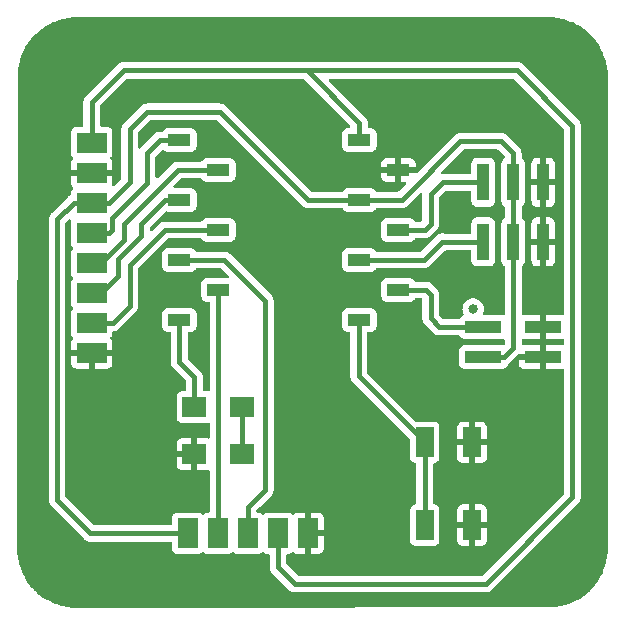
<source format=gbr>
%TF.GenerationSoftware,KiCad,Pcbnew,(7.0.0)*%
%TF.CreationDate,2023-03-16T13:32:30+02:00*%
%TF.ProjectId,FabAcademy_Week6_EleDes,46616241-6361-4646-956d-795f5765656b,rev?*%
%TF.SameCoordinates,Original*%
%TF.FileFunction,Copper,L1,Top*%
%TF.FilePolarity,Positive*%
%FSLAX46Y46*%
G04 Gerber Fmt 4.6, Leading zero omitted, Abs format (unit mm)*
G04 Created by KiCad (PCBNEW (7.0.0)) date 2023-03-16 13:32:30*
%MOMM*%
%LPD*%
G01*
G04 APERTURE LIST*
%TA.AperFunction,EtchedComponent*%
%ADD10C,0.400000*%
%TD*%
%TA.AperFunction,SMDPad,CuDef*%
%ADD11R,1.700000X2.500000*%
%TD*%
%TA.AperFunction,SMDPad,CuDef*%
%ADD12R,2.500000X1.700000*%
%TD*%
%TA.AperFunction,SMDPad,CuDef*%
%ADD13R,1.500000X2.500000*%
%TD*%
%TA.AperFunction,SMDPad,CuDef*%
%ADD14R,2.000000X1.700000*%
%TD*%
%TA.AperFunction,SMDPad,CuDef*%
%ADD15R,3.150000X1.000000*%
%TD*%
%TA.AperFunction,SMDPad,CuDef*%
%ADD16R,1.900000X1.000000*%
%TD*%
%TA.AperFunction,SMDPad,CuDef*%
%ADD17R,1.000000X3.150000*%
%TD*%
%TA.AperFunction,Conductor*%
%ADD18C,0.400000*%
%TD*%
G04 APERTURE END LIST*
%TO.C,J4*%
D10*
X218800000Y-104700000D02*
G75*
G03*
X218800000Y-104700000I-200000J0D01*
G01*
%TD*%
D11*
%TO.P,J2,1,Pin_1*%
%TO.N,PWR_GND*%
X204599999Y-123699999D03*
%TO.P,J2,2,Pin_2*%
%TO.N,PWR_5V*%
X202059999Y-123699999D03*
%TO.P,J2,3,Pin_3*%
%TO.N,/SDA*%
X199519999Y-123699999D03*
%TO.P,J2,4,Pin_4*%
%TO.N,/SCL*%
X196979999Y-123699999D03*
%TO.P,J2,5,Pin_5*%
%TO.N,PWR_3V3*%
X194439999Y-123699999D03*
%TD*%
D12*
%TO.P,J1,1,Pin_1*%
%TO.N,PWR_GND*%
X186299999Y-108399999D03*
%TO.P,J1,2,Pin_2*%
%TO.N,/D3*%
X186299999Y-105859999D03*
%TO.P,J1,3,Pin_3*%
%TO.N,/D2*%
X186299999Y-103319999D03*
%TO.P,J1,4,Pin_4*%
%TO.N,/D1*%
X186299999Y-100779999D03*
%TO.P,J1,5,Pin_5*%
%TO.N,/D0*%
X186299999Y-98239999D03*
%TO.P,J1,6,Pin_6*%
%TO.N,PWR_3V3*%
X186299999Y-95699999D03*
%TO.P,J1,7,Pin_7*%
%TO.N,PWR_GND*%
X186299999Y-93159999D03*
%TO.P,J1,8,Pin_8*%
%TO.N,PWR_5V*%
X186299999Y-90619999D03*
%TD*%
D13*
%TO.P,SW1,1,1*%
%TO.N,/D7*%
X214499999Y-122999999D03*
X214499999Y-115999999D03*
%TO.P,SW1,2,2*%
%TO.N,PWR_GND*%
X218499999Y-122999999D03*
X218499999Y-115999999D03*
%TD*%
D14*
%TO.P,R1,1*%
%TO.N,/D6*%
X194999999Y-112999999D03*
%TO.P,R1,2*%
%TO.N,Net-(D1-A)*%
X198999999Y-112999999D03*
%TD*%
%TO.P,D1,1,K*%
%TO.N,PWR_GND*%
X194999999Y-116999999D03*
%TO.P,D1,2,A*%
%TO.N,Net-(D1-A)*%
X198999999Y-116999999D03*
%TD*%
D15*
%TO.P,J4,1,Pin_1*%
%TO.N,/D8*%
X219474999Y-106229999D03*
%TO.P,J4,2,Pin_2*%
%TO.N,PWR_GND*%
X224524999Y-106229999D03*
%TO.P,J4,3,Pin_3*%
%TO.N,PWR_3V3*%
X219474999Y-108769999D03*
%TO.P,J4,4,Pin_4*%
%TO.N,PWR_GND*%
X224524999Y-108769999D03*
%TD*%
D16*
%TO.P,M1,1,D0*%
%TO.N,/D0*%
X193729999Y-90379999D03*
%TO.P,M1,2,D1*%
%TO.N,/D1*%
X197029999Y-92919999D03*
%TO.P,M1,3,D2*%
%TO.N,/D2*%
X193729999Y-95459999D03*
%TO.P,M1,4,D3*%
%TO.N,/D3*%
X197029999Y-97999999D03*
%TO.P,M1,5,D4*%
%TO.N,/SDA*%
X193729999Y-100539999D03*
%TO.P,M1,6,D5*%
%TO.N,/SCL*%
X197029999Y-103079999D03*
%TO.P,M1,7,D6*%
%TO.N,/D6*%
X193729999Y-105619999D03*
%TO.P,M1,8,D7*%
%TO.N,/D7*%
X208969999Y-105619999D03*
%TO.P,M1,9,D8*%
%TO.N,/D8*%
X212269999Y-103079999D03*
%TO.P,M1,10,D9*%
%TO.N,/D9*%
X208969999Y-100539999D03*
%TO.P,M1,11,D10*%
%TO.N,/D10*%
X212269999Y-97999999D03*
%TO.P,M1,12,3V3*%
%TO.N,PWR_3V3*%
X208969999Y-95459999D03*
%TO.P,M1,13,GND*%
%TO.N,PWR_GND*%
X212269999Y-92919999D03*
%TO.P,M1,14,5V*%
%TO.N,PWR_5V*%
X208969999Y-90379999D03*
%TD*%
D17*
%TO.P,J3,1,Pin_1*%
%TO.N,/D9*%
X219459999Y-99024999D03*
%TO.P,J3,2,Pin_2*%
%TO.N,/D10*%
X219459999Y-93974999D03*
%TO.P,J3,3,Pin_3*%
%TO.N,PWR_3V3*%
X221999999Y-99024999D03*
%TO.P,J3,4,Pin_4*%
X221999999Y-93974999D03*
%TO.P,J3,5,Pin_5*%
%TO.N,PWR_GND*%
X224539999Y-99024999D03*
%TO.P,J3,6,Pin_6*%
X224539999Y-93974999D03*
%TD*%
D18*
%TO.N,PWR_5V*%
X219650000Y-128000000D02*
X227000000Y-120650000D01*
X203500000Y-128000000D02*
X219650000Y-128000000D01*
X222330000Y-84500000D02*
X204220000Y-84500000D01*
X202060000Y-126560000D02*
X203500000Y-128000000D01*
X202060000Y-123700000D02*
X202060000Y-126560000D01*
X227000000Y-120650000D02*
X227000000Y-89170000D01*
X227000000Y-89170000D02*
X222330000Y-84500000D01*
%TO.N,Net-(D1-A)*%
X199000000Y-113000000D02*
X199000000Y-117000000D01*
%TO.N,PWR_GND*%
X212270000Y-92920000D02*
X213080000Y-92920000D01*
X224540000Y-106215000D02*
X224525000Y-106230000D01*
%TO.N,/D3*%
X188140000Y-105860000D02*
X189520000Y-104480000D01*
X189520000Y-100980000D02*
X192500000Y-98000000D01*
X192500000Y-98000000D02*
X197030000Y-98000000D01*
X189520000Y-104480000D02*
X189520000Y-100980000D01*
X186300000Y-105860000D02*
X188140000Y-105860000D01*
%TO.N,/D2*%
X190500000Y-97500000D02*
X192540000Y-95460000D01*
X188500000Y-101880000D02*
X188500000Y-100500000D01*
X187060000Y-103320000D02*
X188500000Y-101880000D01*
X186300000Y-103320000D02*
X187060000Y-103320000D01*
X190500000Y-98500000D02*
X190500000Y-97500000D01*
X192540000Y-95460000D02*
X193730000Y-95460000D01*
X188500000Y-100500000D02*
X190500000Y-98500000D01*
%TO.N,/D1*%
X189000000Y-98840000D02*
X189000000Y-97500000D01*
X187060000Y-100780000D02*
X189000000Y-98840000D01*
X193580000Y-92920000D02*
X197030000Y-92920000D01*
X189000000Y-97500000D02*
X193580000Y-92920000D01*
X187220000Y-100780000D02*
X185800000Y-100780000D01*
X186300000Y-100780000D02*
X187060000Y-100780000D01*
%TO.N,/D0*%
X187760000Y-98240000D02*
X188000000Y-98000000D01*
X188000000Y-98000000D02*
X188000000Y-97000000D01*
X192120000Y-90380000D02*
X193730000Y-90380000D01*
X188000000Y-97000000D02*
X191000000Y-94000000D01*
X186300000Y-98240000D02*
X187760000Y-98240000D01*
X191000000Y-91500000D02*
X192120000Y-90380000D01*
X191000000Y-94000000D02*
X191000000Y-91500000D01*
%TO.N,PWR_3V3*%
X221000000Y-90500000D02*
X217500000Y-90500000D01*
X189520000Y-93980000D02*
X189520000Y-89480000D01*
X221230000Y-108770000D02*
X222000000Y-108000000D01*
X183380000Y-97120000D02*
X183380000Y-120880000D01*
X222000000Y-93975000D02*
X222000000Y-91500000D01*
X187800000Y-95700000D02*
X189520000Y-93980000D01*
X186300000Y-95700000D02*
X187800000Y-95700000D01*
X204612178Y-95460000D02*
X208970000Y-95460000D01*
X222000000Y-93975000D02*
X222000000Y-99025000D01*
X217500000Y-90500000D02*
X212540000Y-95460000D01*
X222000000Y-91500000D02*
X221000000Y-90500000D01*
X191000000Y-88000000D02*
X197152178Y-88000000D01*
X212540000Y-95460000D02*
X208970000Y-95460000D01*
X186300000Y-95700000D02*
X184800000Y-95700000D01*
X222000000Y-108000000D02*
X222000000Y-99025000D01*
X219475000Y-108770000D02*
X221230000Y-108770000D01*
X184800000Y-95700000D02*
X183380000Y-97120000D01*
X189520000Y-89480000D02*
X191000000Y-88000000D01*
X183380000Y-120880000D02*
X186200000Y-123700000D01*
X186200000Y-123700000D02*
X194440000Y-123700000D01*
X197152178Y-88000000D02*
X204612178Y-95460000D01*
%TO.N,PWR_5V*%
X204500000Y-84500000D02*
X204220000Y-84500000D01*
X189000000Y-84500000D02*
X186300000Y-87200000D01*
X208970000Y-90380000D02*
X208970000Y-88970000D01*
X208970000Y-88970000D02*
X204500000Y-84500000D01*
X204220000Y-84500000D02*
X189000000Y-84500000D01*
X186300000Y-87200000D02*
X186300000Y-90620000D01*
%TO.N,/SDA*%
X201000000Y-120000000D02*
X199520000Y-121480000D01*
X197540000Y-100540000D02*
X201000000Y-104000000D01*
X199520000Y-121480000D02*
X199520000Y-123700000D01*
X201000000Y-104000000D02*
X201000000Y-120000000D01*
X193730000Y-100540000D02*
X197540000Y-100540000D01*
%TO.N,/SCL*%
X197030000Y-123650000D02*
X196980000Y-123700000D01*
X197030000Y-103080000D02*
X197030000Y-123650000D01*
%TO.N,/D9*%
X208970000Y-100540000D02*
X214460000Y-100540000D01*
X216025000Y-99025000D02*
X219460000Y-99025000D01*
X216000000Y-99000000D02*
X216025000Y-99025000D01*
X214460000Y-100540000D02*
X216000000Y-99000000D01*
%TO.N,/D10*%
X215000000Y-95000000D02*
X216025000Y-93975000D01*
X214500000Y-98000000D02*
X215000000Y-97500000D01*
X212270000Y-98000000D02*
X214500000Y-98000000D01*
X216025000Y-93975000D02*
X219460000Y-93975000D01*
X215000000Y-97500000D02*
X215000000Y-95000000D01*
%TO.N,/D8*%
X215000000Y-103500000D02*
X215000000Y-105500000D01*
X214580000Y-103080000D02*
X215000000Y-103500000D01*
X215730000Y-106230000D02*
X219475000Y-106230000D01*
X212270000Y-103080000D02*
X214580000Y-103080000D01*
X215000000Y-105500000D02*
X215730000Y-106230000D01*
%TO.N,/D6*%
X193730000Y-109230000D02*
X195000000Y-110500000D01*
X193730000Y-105620000D02*
X193730000Y-109230000D01*
X195000000Y-110500000D02*
X195000000Y-113000000D01*
%TO.N,/D7*%
X208900499Y-105689501D02*
X208900499Y-110400499D01*
X214500000Y-116000000D02*
X214500000Y-123000000D01*
X208970000Y-105620000D02*
X208900499Y-105689501D01*
X208900499Y-110400499D02*
X214500000Y-116000000D01*
%TD*%
%TA.AperFunction,Conductor*%
%TO.N,PWR_GND*%
G36*
X225002562Y-80000605D02*
G01*
X225217600Y-80009500D01*
X225413455Y-80018052D01*
X225423330Y-80018881D01*
X225636743Y-80045483D01*
X225636793Y-80045490D01*
X225834945Y-80071577D01*
X225844192Y-80073153D01*
X226053521Y-80117044D01*
X226054765Y-80117312D01*
X226250386Y-80160680D01*
X226258901Y-80162889D01*
X226463665Y-80223850D01*
X226465325Y-80224359D01*
X226656696Y-80284698D01*
X226664453Y-80287431D01*
X226863363Y-80365046D01*
X226865513Y-80365911D01*
X227051024Y-80442752D01*
X227057972Y-80445886D01*
X227225903Y-80527982D01*
X227249587Y-80539561D01*
X227252383Y-80540972D01*
X227430420Y-80633652D01*
X227436636Y-80637118D01*
X227619793Y-80746255D01*
X227622929Y-80748187D01*
X227623867Y-80748785D01*
X227792282Y-80856078D01*
X227797710Y-80859741D01*
X227971184Y-80983599D01*
X227974616Y-80986140D01*
X228133912Y-81108372D01*
X228138567Y-81112126D01*
X228301226Y-81249891D01*
X228304838Y-81253072D01*
X228452925Y-81388769D01*
X228456807Y-81392486D01*
X228607512Y-81543191D01*
X228611232Y-81547076D01*
X228746921Y-81695155D01*
X228750107Y-81698772D01*
X228887872Y-81861431D01*
X228891626Y-81866086D01*
X229013858Y-82025382D01*
X229016399Y-82028814D01*
X229140257Y-82202288D01*
X229143920Y-82207716D01*
X229251800Y-82377052D01*
X229253743Y-82380205D01*
X229362880Y-82563362D01*
X229366346Y-82569578D01*
X229459026Y-82747615D01*
X229460437Y-82750411D01*
X229554099Y-82941997D01*
X229557260Y-82949005D01*
X229634051Y-83134395D01*
X229635008Y-83136774D01*
X229712559Y-83335523D01*
X229715302Y-83343309D01*
X229775602Y-83534554D01*
X229776186Y-83536460D01*
X229837105Y-83741084D01*
X229839321Y-83749627D01*
X229882671Y-83945166D01*
X229882971Y-83946559D01*
X229926844Y-84155802D01*
X229928422Y-84165062D01*
X229954459Y-84362829D01*
X229954568Y-84363677D01*
X229981114Y-84576641D01*
X229981948Y-84586570D01*
X229990513Y-84782728D01*
X229990525Y-84783013D01*
X229999394Y-84997438D01*
X229999500Y-85002562D01*
X229999500Y-124961905D01*
X229999394Y-124967029D01*
X229990824Y-125174258D01*
X229990812Y-125174552D01*
X229981900Y-125378314D01*
X229981066Y-125388233D01*
X229955183Y-125595891D01*
X229955074Y-125596738D01*
X229928337Y-125799840D01*
X229926759Y-125809102D01*
X229883574Y-126015066D01*
X229883274Y-126016458D01*
X229839194Y-126215295D01*
X229836978Y-126223838D01*
X229776796Y-126425988D01*
X229776212Y-126427894D01*
X229715127Y-126621634D01*
X229712384Y-126629421D01*
X229635611Y-126826178D01*
X229634654Y-126828557D01*
X229557027Y-127015966D01*
X229553867Y-127022972D01*
X229461051Y-127212835D01*
X229459639Y-127215633D01*
X229366044Y-127395428D01*
X229362578Y-127401644D01*
X229254349Y-127583277D01*
X229252407Y-127586429D01*
X229143561Y-127757285D01*
X229139898Y-127762713D01*
X229016982Y-127934870D01*
X229014440Y-127938303D01*
X228891182Y-128098936D01*
X228887429Y-128103591D01*
X228750694Y-128265035D01*
X228747494Y-128268667D01*
X228610715Y-128417937D01*
X228606974Y-128421845D01*
X228457358Y-128571462D01*
X228453450Y-128575203D01*
X228372908Y-128649007D01*
X228316714Y-128700500D01*
X228304191Y-128711975D01*
X228300558Y-128715176D01*
X228139126Y-128851901D01*
X228134472Y-128855653D01*
X227973836Y-128978915D01*
X227970403Y-128981457D01*
X227798238Y-129104381D01*
X227792809Y-129108045D01*
X227621961Y-129216887D01*
X227618810Y-129218828D01*
X227437166Y-129327066D01*
X227430949Y-129330533D01*
X227251173Y-129424118D01*
X227248376Y-129425530D01*
X227058503Y-129518353D01*
X227051497Y-129521513D01*
X226864090Y-129599141D01*
X226861711Y-129600097D01*
X226664953Y-129676873D01*
X226657165Y-129679617D01*
X226463468Y-129740689D01*
X226461563Y-129741273D01*
X226259364Y-129801471D01*
X226250821Y-129803687D01*
X226051998Y-129847766D01*
X226050606Y-129848066D01*
X225844641Y-129891252D01*
X225835379Y-129892830D01*
X225632239Y-129919573D01*
X225631392Y-129919682D01*
X225423779Y-129945561D01*
X225413850Y-129946395D01*
X225202627Y-129955618D01*
X225202343Y-129955630D01*
X225003326Y-129963862D01*
X224998327Y-129963968D01*
X191841333Y-129997630D01*
X184990480Y-129998998D01*
X184985331Y-129998892D01*
X184783135Y-129990529D01*
X184782851Y-129990517D01*
X184586571Y-129981948D01*
X184576641Y-129981114D01*
X184363677Y-129954568D01*
X184362829Y-129954459D01*
X184165062Y-129928422D01*
X184155802Y-129926844D01*
X183946559Y-129882971D01*
X183945166Y-129882671D01*
X183749627Y-129839321D01*
X183741084Y-129837105D01*
X183536460Y-129776186D01*
X183534554Y-129775602D01*
X183343309Y-129715302D01*
X183335523Y-129712559D01*
X183206985Y-129662404D01*
X183136734Y-129634991D01*
X183134395Y-129634051D01*
X182949005Y-129557260D01*
X182941997Y-129554099D01*
X182750411Y-129460437D01*
X182747615Y-129459026D01*
X182569578Y-129366346D01*
X182563362Y-129362880D01*
X182380205Y-129253743D01*
X182377052Y-129251800D01*
X182207716Y-129143920D01*
X182202288Y-129140257D01*
X182028814Y-129016399D01*
X182025382Y-129013858D01*
X181866086Y-128891626D01*
X181861431Y-128887872D01*
X181698772Y-128750107D01*
X181695155Y-128746921D01*
X181547076Y-128611232D01*
X181543191Y-128607512D01*
X181392486Y-128456807D01*
X181388769Y-128452925D01*
X181253072Y-128304838D01*
X181249891Y-128301226D01*
X181112126Y-128138567D01*
X181108372Y-128133912D01*
X180986140Y-127974616D01*
X180983599Y-127971184D01*
X180859741Y-127797710D01*
X180856078Y-127792282D01*
X180748198Y-127622946D01*
X180746255Y-127619793D01*
X180637118Y-127436636D01*
X180633652Y-127430420D01*
X180540972Y-127252383D01*
X180539561Y-127249587D01*
X180521594Y-127212835D01*
X180445886Y-127057972D01*
X180442752Y-127051024D01*
X180365911Y-126865513D01*
X180365046Y-126863363D01*
X180287431Y-126664453D01*
X180284696Y-126656689D01*
X180224359Y-126465325D01*
X180223850Y-126463665D01*
X180162889Y-126258901D01*
X180160680Y-126250386D01*
X180117312Y-126054765D01*
X180117027Y-126053439D01*
X180111495Y-126027057D01*
X180073153Y-125844192D01*
X180071576Y-125834936D01*
X180045490Y-125636793D01*
X180045483Y-125636743D01*
X180018881Y-125423330D01*
X180018052Y-125413455D01*
X180009487Y-125217291D01*
X180000605Y-125002562D01*
X180000500Y-124997439D01*
X180000500Y-121239492D01*
X180000502Y-121238210D01*
X180000880Y-120922606D01*
X182675642Y-120922606D01*
X182676993Y-120929982D01*
X182676994Y-120929987D01*
X182686483Y-120981771D01*
X182687610Y-120989171D01*
X182693955Y-121041425D01*
X182693956Y-121041430D01*
X182694860Y-121048872D01*
X182697519Y-121055885D01*
X182697521Y-121055891D01*
X182698450Y-121058340D01*
X182704475Y-121079952D01*
X182704951Y-121082551D01*
X182704954Y-121082560D01*
X182706305Y-121089932D01*
X182709382Y-121096769D01*
X182709383Y-121096772D01*
X182730991Y-121144784D01*
X182733857Y-121151702D01*
X182738120Y-121162941D01*
X182755182Y-121207930D01*
X182759442Y-121214102D01*
X182759445Y-121214107D01*
X182760937Y-121216268D01*
X182771959Y-121235810D01*
X182773039Y-121238210D01*
X182773044Y-121238219D01*
X182776122Y-121245057D01*
X182780745Y-121250958D01*
X182780747Y-121250961D01*
X182813216Y-121292404D01*
X182817636Y-121298410D01*
X182851817Y-121347929D01*
X182896847Y-121387822D01*
X182902282Y-121392939D01*
X185687059Y-124177716D01*
X185692193Y-124183170D01*
X185732071Y-124228183D01*
X185781577Y-124262355D01*
X185787597Y-124266785D01*
X185823036Y-124294550D01*
X185834943Y-124303878D01*
X185841783Y-124306956D01*
X185841784Y-124306957D01*
X185844181Y-124308036D01*
X185863730Y-124319061D01*
X185872070Y-124324818D01*
X185928301Y-124346143D01*
X185935223Y-124349010D01*
X185990068Y-124373694D01*
X186000035Y-124375520D01*
X186021653Y-124381547D01*
X186024113Y-124382480D01*
X186024116Y-124382480D01*
X186031128Y-124385140D01*
X186088602Y-124392118D01*
X186090830Y-124392389D01*
X186098235Y-124393516D01*
X186114066Y-124396416D01*
X186157394Y-124404357D01*
X186217422Y-124400726D01*
X186224910Y-124400500D01*
X192965501Y-124400500D01*
X193027501Y-124417113D01*
X193072888Y-124462500D01*
X193089501Y-124524500D01*
X193089501Y-124997872D01*
X193089853Y-125001150D01*
X193089854Y-125001161D01*
X193095079Y-125049768D01*
X193095080Y-125049773D01*
X193095909Y-125057483D01*
X193098619Y-125064749D01*
X193098620Y-125064753D01*
X193132217Y-125154831D01*
X193146204Y-125192331D01*
X193151518Y-125199430D01*
X193151519Y-125199431D01*
X193164643Y-125216963D01*
X193232454Y-125307546D01*
X193347669Y-125393796D01*
X193482517Y-125444091D01*
X193542127Y-125450500D01*
X195337872Y-125450499D01*
X195397483Y-125444091D01*
X195532331Y-125393796D01*
X195635689Y-125316421D01*
X195683642Y-125294523D01*
X195736358Y-125294523D01*
X195784310Y-125316421D01*
X195887669Y-125393796D01*
X196022517Y-125444091D01*
X196082127Y-125450500D01*
X197877872Y-125450499D01*
X197937483Y-125444091D01*
X198072331Y-125393796D01*
X198175689Y-125316421D01*
X198223642Y-125294523D01*
X198276358Y-125294523D01*
X198324310Y-125316421D01*
X198427669Y-125393796D01*
X198562517Y-125444091D01*
X198622127Y-125450500D01*
X200417872Y-125450499D01*
X200477483Y-125444091D01*
X200612331Y-125393796D01*
X200715689Y-125316421D01*
X200763642Y-125294523D01*
X200816358Y-125294523D01*
X200864310Y-125316421D01*
X200967669Y-125393796D01*
X201102517Y-125444091D01*
X201162127Y-125450500D01*
X201235500Y-125450500D01*
X201297500Y-125467113D01*
X201342887Y-125512500D01*
X201359500Y-125574500D01*
X201359500Y-126535079D01*
X201359274Y-126542567D01*
X201356094Y-126595118D01*
X201356094Y-126595126D01*
X201355642Y-126602606D01*
X201356993Y-126609982D01*
X201356994Y-126609987D01*
X201366483Y-126661771D01*
X201367610Y-126669171D01*
X201373955Y-126721425D01*
X201373956Y-126721430D01*
X201374860Y-126728872D01*
X201377519Y-126735885D01*
X201377521Y-126735891D01*
X201378450Y-126738340D01*
X201384475Y-126759952D01*
X201384951Y-126762551D01*
X201384954Y-126762560D01*
X201386305Y-126769932D01*
X201389382Y-126776769D01*
X201389383Y-126776772D01*
X201410991Y-126824784D01*
X201413857Y-126831702D01*
X201435182Y-126887930D01*
X201439442Y-126894102D01*
X201439445Y-126894107D01*
X201440937Y-126896268D01*
X201451959Y-126915810D01*
X201453039Y-126918210D01*
X201453044Y-126918219D01*
X201456122Y-126925057D01*
X201460745Y-126930958D01*
X201460747Y-126930961D01*
X201493216Y-126972404D01*
X201497636Y-126978410D01*
X201531817Y-127027929D01*
X201576847Y-127067822D01*
X201582282Y-127072939D01*
X202987052Y-128477708D01*
X202992186Y-128483162D01*
X203032071Y-128528183D01*
X203038243Y-128532443D01*
X203038244Y-128532444D01*
X203081573Y-128562352D01*
X203087603Y-128566788D01*
X203134944Y-128603878D01*
X203144180Y-128608034D01*
X203163727Y-128619059D01*
X203172070Y-128624818D01*
X203219330Y-128642741D01*
X203228298Y-128646142D01*
X203235220Y-128649009D01*
X203290069Y-128673695D01*
X203300041Y-128675522D01*
X203321656Y-128681547D01*
X203331128Y-128685140D01*
X203388831Y-128692146D01*
X203390815Y-128692387D01*
X203398222Y-128693514D01*
X203457394Y-128704358D01*
X203517433Y-128700725D01*
X203524921Y-128700500D01*
X219625079Y-128700500D01*
X219632566Y-128700725D01*
X219692606Y-128704358D01*
X219751782Y-128693513D01*
X219759181Y-128692387D01*
X219818872Y-128685140D01*
X219828332Y-128681551D01*
X219849959Y-128675522D01*
X219859932Y-128673695D01*
X219914808Y-128648996D01*
X219921673Y-128646152D01*
X219977930Y-128624818D01*
X219986264Y-128619064D01*
X220005821Y-128608034D01*
X220015057Y-128603878D01*
X220062413Y-128566775D01*
X220068426Y-128562352D01*
X220117929Y-128528183D01*
X220157822Y-128483151D01*
X220162924Y-128477731D01*
X227477731Y-121162924D01*
X227483151Y-121157822D01*
X227528183Y-121117929D01*
X227562362Y-121068411D01*
X227566789Y-121062396D01*
X227569967Y-121058340D01*
X227603878Y-121015056D01*
X227608034Y-121005820D01*
X227619061Y-120986269D01*
X227624818Y-120977930D01*
X227646147Y-120921686D01*
X227649001Y-120914795D01*
X227673695Y-120859931D01*
X227675522Y-120849957D01*
X227681548Y-120828340D01*
X227685140Y-120818872D01*
X227692386Y-120759184D01*
X227693514Y-120751776D01*
X227704358Y-120692606D01*
X227700725Y-120632566D01*
X227700500Y-120625079D01*
X227700500Y-89194910D01*
X227700726Y-89187423D01*
X227703904Y-89134881D01*
X227704357Y-89127394D01*
X227693516Y-89068235D01*
X227692389Y-89060830D01*
X227692118Y-89058602D01*
X227685140Y-89001128D01*
X227682480Y-88994116D01*
X227682480Y-88994113D01*
X227681547Y-88991653D01*
X227675520Y-88970035D01*
X227673694Y-88960068D01*
X227649012Y-88905228D01*
X227646145Y-88898306D01*
X227624818Y-88842070D01*
X227620556Y-88835896D01*
X227620552Y-88835888D01*
X227619058Y-88833724D01*
X227608032Y-88814175D01*
X227606956Y-88811785D01*
X227603877Y-88804943D01*
X227595395Y-88794117D01*
X227566788Y-88757602D01*
X227562349Y-88751569D01*
X227532442Y-88708241D01*
X227532441Y-88708240D01*
X227528183Y-88702071D01*
X227483170Y-88662193D01*
X227477716Y-88657059D01*
X222842939Y-84022282D01*
X222837822Y-84016847D01*
X222797929Y-83971817D01*
X222748410Y-83937636D01*
X222742404Y-83933216D01*
X222700961Y-83900747D01*
X222700958Y-83900745D01*
X222695057Y-83896122D01*
X222688219Y-83893044D01*
X222688210Y-83893039D01*
X222685810Y-83891959D01*
X222666268Y-83880937D01*
X222664107Y-83879445D01*
X222664102Y-83879442D01*
X222657930Y-83875182D01*
X222601702Y-83853857D01*
X222594784Y-83850991D01*
X222546772Y-83829383D01*
X222546769Y-83829382D01*
X222539932Y-83826305D01*
X222532560Y-83824954D01*
X222532551Y-83824951D01*
X222529952Y-83824475D01*
X222508340Y-83818450D01*
X222505891Y-83817521D01*
X222505885Y-83817519D01*
X222498872Y-83814860D01*
X222491430Y-83813956D01*
X222491425Y-83813955D01*
X222439171Y-83807610D01*
X222431771Y-83806483D01*
X222379987Y-83796994D01*
X222379982Y-83796993D01*
X222372606Y-83795642D01*
X222365126Y-83796094D01*
X222365118Y-83796094D01*
X222312567Y-83799274D01*
X222305079Y-83799500D01*
X204574927Y-83799500D01*
X204552576Y-83797469D01*
X204549985Y-83796994D01*
X204549983Y-83796993D01*
X204542606Y-83795642D01*
X204535126Y-83796094D01*
X204535118Y-83796094D01*
X204482567Y-83799274D01*
X204475079Y-83799500D01*
X204262372Y-83799500D01*
X189024921Y-83799500D01*
X189017433Y-83799274D01*
X188964881Y-83796094D01*
X188964873Y-83796094D01*
X188957394Y-83795642D01*
X188950018Y-83796993D01*
X188950011Y-83796994D01*
X188898228Y-83806483D01*
X188890828Y-83807610D01*
X188838569Y-83813956D01*
X188838565Y-83813956D01*
X188831128Y-83814860D01*
X188824119Y-83817517D01*
X188824114Y-83817519D01*
X188821643Y-83818456D01*
X188800053Y-83824474D01*
X188797452Y-83824950D01*
X188797438Y-83824954D01*
X188790069Y-83826305D01*
X188783232Y-83829381D01*
X188783232Y-83829382D01*
X188735226Y-83850987D01*
X188728310Y-83853851D01*
X188679082Y-83872521D01*
X188679070Y-83872526D01*
X188672070Y-83875182D01*
X188665904Y-83879437D01*
X188665894Y-83879443D01*
X188663717Y-83880946D01*
X188644195Y-83891957D01*
X188641783Y-83893042D01*
X188641771Y-83893048D01*
X188634944Y-83896122D01*
X188629048Y-83900740D01*
X188629043Y-83900744D01*
X188587608Y-83933205D01*
X188581581Y-83937640D01*
X188538245Y-83967554D01*
X188538238Y-83967559D01*
X188532071Y-83971817D01*
X188527102Y-83977425D01*
X188527096Y-83977431D01*
X188492184Y-84016838D01*
X188487051Y-84022290D01*
X185822290Y-86687051D01*
X185816838Y-86692184D01*
X185777431Y-86727096D01*
X185777425Y-86727102D01*
X185771817Y-86732071D01*
X185767560Y-86738236D01*
X185767551Y-86738248D01*
X185737649Y-86781568D01*
X185733213Y-86787597D01*
X185700749Y-86829035D01*
X185700743Y-86829043D01*
X185696122Y-86834943D01*
X185693044Y-86841780D01*
X185693043Y-86841783D01*
X185691962Y-86844185D01*
X185680940Y-86863727D01*
X185679441Y-86865898D01*
X185679437Y-86865904D01*
X185675182Y-86872070D01*
X185672526Y-86879070D01*
X185672522Y-86879080D01*
X185653853Y-86928305D01*
X185650989Y-86935219D01*
X185629382Y-86983229D01*
X185629379Y-86983235D01*
X185626305Y-86990068D01*
X185624953Y-86997439D01*
X185624951Y-86997449D01*
X185624474Y-87000053D01*
X185618456Y-87021643D01*
X185617519Y-87024114D01*
X185617517Y-87024119D01*
X185614860Y-87031128D01*
X185613956Y-87038565D01*
X185613956Y-87038569D01*
X185607610Y-87090827D01*
X185606483Y-87098226D01*
X185596994Y-87150010D01*
X185596993Y-87150018D01*
X185595642Y-87157394D01*
X185596094Y-87164873D01*
X185596094Y-87164881D01*
X185599274Y-87217433D01*
X185599500Y-87224921D01*
X185599500Y-89145501D01*
X185582887Y-89207501D01*
X185537500Y-89252888D01*
X185475500Y-89269501D01*
X185002128Y-89269501D01*
X184998850Y-89269853D01*
X184998838Y-89269854D01*
X184950231Y-89275079D01*
X184950225Y-89275080D01*
X184942517Y-89275909D01*
X184935252Y-89278618D01*
X184935246Y-89278620D01*
X184815980Y-89323104D01*
X184815978Y-89323104D01*
X184807669Y-89326204D01*
X184800572Y-89331516D01*
X184800568Y-89331519D01*
X184699550Y-89407141D01*
X184699546Y-89407144D01*
X184692454Y-89412454D01*
X184687144Y-89419546D01*
X184687141Y-89419550D01*
X184611519Y-89520568D01*
X184611516Y-89520572D01*
X184606204Y-89527669D01*
X184603104Y-89535978D01*
X184603104Y-89535980D01*
X184558620Y-89655247D01*
X184558619Y-89655250D01*
X184555909Y-89662517D01*
X184555079Y-89670227D01*
X184555079Y-89670232D01*
X184549855Y-89718819D01*
X184549854Y-89718831D01*
X184549500Y-89722127D01*
X184549500Y-89725448D01*
X184549500Y-89725449D01*
X184549500Y-91514560D01*
X184549500Y-91514578D01*
X184549501Y-91517872D01*
X184549853Y-91521150D01*
X184549854Y-91521161D01*
X184555079Y-91569768D01*
X184555080Y-91569773D01*
X184555909Y-91577483D01*
X184558619Y-91584749D01*
X184558620Y-91584753D01*
X184592217Y-91674831D01*
X184606204Y-91712331D01*
X184611518Y-91719430D01*
X184611519Y-91719431D01*
X184683889Y-91816105D01*
X184705788Y-91864057D01*
X184705788Y-91916774D01*
X184683889Y-91964726D01*
X184611964Y-92060806D01*
X184603547Y-92076222D01*
X184559111Y-92195358D01*
X184555573Y-92210332D01*
X184550353Y-92258885D01*
X184550000Y-92265482D01*
X184550000Y-92893674D01*
X184553450Y-92906549D01*
X184566326Y-92910000D01*
X188033674Y-92910000D01*
X188046549Y-92906549D01*
X188050000Y-92893674D01*
X188050000Y-92265482D01*
X188049646Y-92258885D01*
X188044426Y-92210332D01*
X188040888Y-92195358D01*
X187996452Y-92076222D01*
X187988037Y-92060810D01*
X187916110Y-91964727D01*
X187894211Y-91916774D01*
X187894211Y-91864057D01*
X187916111Y-91816104D01*
X187932610Y-91794065D01*
X187993796Y-91712331D01*
X188044091Y-91577483D01*
X188050500Y-91517873D01*
X188050499Y-89722128D01*
X188044091Y-89662517D01*
X187993796Y-89527669D01*
X187907546Y-89412454D01*
X187872086Y-89385909D01*
X187799431Y-89331519D01*
X187799430Y-89331518D01*
X187792331Y-89326204D01*
X187657483Y-89275909D01*
X187649770Y-89275079D01*
X187649767Y-89275079D01*
X187601180Y-89269855D01*
X187601169Y-89269854D01*
X187597873Y-89269500D01*
X187594551Y-89269500D01*
X187124500Y-89269500D01*
X187062500Y-89252887D01*
X187017113Y-89207500D01*
X187000500Y-89145500D01*
X187000500Y-87541519D01*
X187009939Y-87494066D01*
X187036819Y-87453838D01*
X189253838Y-85236819D01*
X189294066Y-85209939D01*
X189341519Y-85200500D01*
X204158481Y-85200500D01*
X204205934Y-85209939D01*
X204246162Y-85236819D01*
X208177163Y-89167820D01*
X208207413Y-89217183D01*
X208211955Y-89274899D01*
X208189800Y-89328386D01*
X208145777Y-89365986D01*
X208089482Y-89379501D01*
X207972128Y-89379501D01*
X207968850Y-89379853D01*
X207968838Y-89379854D01*
X207920231Y-89385079D01*
X207920225Y-89385080D01*
X207912517Y-89385909D01*
X207905252Y-89388618D01*
X207905246Y-89388620D01*
X207785980Y-89433104D01*
X207785978Y-89433104D01*
X207777669Y-89436204D01*
X207770572Y-89441516D01*
X207770568Y-89441519D01*
X207669550Y-89517141D01*
X207669546Y-89517144D01*
X207662454Y-89522454D01*
X207657144Y-89529546D01*
X207657141Y-89529550D01*
X207581519Y-89630568D01*
X207581516Y-89630572D01*
X207576204Y-89637669D01*
X207573104Y-89645978D01*
X207573104Y-89645980D01*
X207528620Y-89765247D01*
X207528619Y-89765250D01*
X207525909Y-89772517D01*
X207525079Y-89780227D01*
X207525079Y-89780232D01*
X207519855Y-89828819D01*
X207519854Y-89828831D01*
X207519500Y-89832127D01*
X207519500Y-89835448D01*
X207519500Y-89835449D01*
X207519500Y-90924560D01*
X207519500Y-90924578D01*
X207519501Y-90927872D01*
X207519853Y-90931150D01*
X207519854Y-90931161D01*
X207525079Y-90979768D01*
X207525080Y-90979773D01*
X207525909Y-90987483D01*
X207528619Y-90994749D01*
X207528620Y-90994753D01*
X207544842Y-91038246D01*
X207576204Y-91122331D01*
X207581518Y-91129430D01*
X207581519Y-91129431D01*
X207600253Y-91154457D01*
X207662454Y-91237546D01*
X207777669Y-91323796D01*
X207912517Y-91374091D01*
X207972127Y-91380500D01*
X209967872Y-91380499D01*
X210027483Y-91374091D01*
X210162331Y-91323796D01*
X210277546Y-91237546D01*
X210363796Y-91122331D01*
X210414091Y-90987483D01*
X210420500Y-90927873D01*
X210420499Y-89832128D01*
X210414091Y-89772517D01*
X210363796Y-89637669D01*
X210277546Y-89522454D01*
X210162331Y-89436204D01*
X210027483Y-89385909D01*
X210019770Y-89385079D01*
X210019767Y-89385079D01*
X209971180Y-89379855D01*
X209971169Y-89379854D01*
X209967873Y-89379500D01*
X209964551Y-89379500D01*
X209794500Y-89379500D01*
X209732500Y-89362887D01*
X209687113Y-89317500D01*
X209670500Y-89255500D01*
X209670500Y-88994921D01*
X209670726Y-88987433D01*
X209673905Y-88934881D01*
X209674358Y-88927394D01*
X209663514Y-88868221D01*
X209662387Y-88860815D01*
X209659360Y-88835888D01*
X209655140Y-88801128D01*
X209651547Y-88791656D01*
X209645522Y-88770041D01*
X209643695Y-88760069D01*
X209619009Y-88705220D01*
X209616142Y-88698298D01*
X209597480Y-88649090D01*
X209594818Y-88642070D01*
X209589059Y-88633727D01*
X209578033Y-88614177D01*
X209576956Y-88611784D01*
X209573878Y-88604944D01*
X209536791Y-88557605D01*
X209532353Y-88551574D01*
X209502446Y-88508247D01*
X209498183Y-88502071D01*
X209492568Y-88497097D01*
X209492565Y-88497093D01*
X209453170Y-88462193D01*
X209447716Y-88457059D01*
X206402838Y-85412181D01*
X206372588Y-85362818D01*
X206368046Y-85305102D01*
X206390201Y-85251615D01*
X206434224Y-85214015D01*
X206490519Y-85200500D01*
X221988481Y-85200500D01*
X222035934Y-85209939D01*
X222076162Y-85236819D01*
X226263181Y-89423838D01*
X226290061Y-89464066D01*
X226299500Y-89511519D01*
X226299500Y-105108260D01*
X226280606Y-105174053D01*
X226229681Y-105219797D01*
X226162245Y-105231550D01*
X226151114Y-105230353D01*
X226144518Y-105230000D01*
X224791326Y-105230000D01*
X224778450Y-105233450D01*
X224775000Y-105246326D01*
X224775000Y-107213674D01*
X224778450Y-107226549D01*
X224791326Y-107230000D01*
X226144518Y-107230000D01*
X226151114Y-107229646D01*
X226162245Y-107228450D01*
X226229681Y-107240203D01*
X226280606Y-107285947D01*
X226299500Y-107351740D01*
X226299500Y-107648260D01*
X226280606Y-107714053D01*
X226229681Y-107759797D01*
X226162245Y-107771550D01*
X226151114Y-107770353D01*
X226144518Y-107770000D01*
X224791326Y-107770000D01*
X224778450Y-107773450D01*
X224775000Y-107786326D01*
X224775000Y-109753674D01*
X224778450Y-109766549D01*
X224791326Y-109770000D01*
X226144518Y-109770000D01*
X226151114Y-109769646D01*
X226162245Y-109768450D01*
X226229681Y-109780203D01*
X226280606Y-109825947D01*
X226299500Y-109891740D01*
X226299500Y-120308481D01*
X226290061Y-120355934D01*
X226263181Y-120396162D01*
X219396162Y-127263181D01*
X219355934Y-127290061D01*
X219308481Y-127299500D01*
X203841518Y-127299500D01*
X203794065Y-127290061D01*
X203753837Y-127263181D01*
X202796819Y-126306162D01*
X202769939Y-126265934D01*
X202760500Y-126218481D01*
X202760500Y-125574499D01*
X202777113Y-125512499D01*
X202822500Y-125467112D01*
X202884500Y-125450499D01*
X202954561Y-125450499D01*
X202957872Y-125450499D01*
X203017483Y-125444091D01*
X203152331Y-125393796D01*
X203256105Y-125316110D01*
X203304057Y-125294211D01*
X203356774Y-125294211D01*
X203404727Y-125316110D01*
X203500810Y-125388037D01*
X203516222Y-125396452D01*
X203635358Y-125440888D01*
X203650332Y-125444426D01*
X203698885Y-125449646D01*
X203705482Y-125450000D01*
X204333674Y-125450000D01*
X204346549Y-125446549D01*
X204350000Y-125433674D01*
X204850000Y-125433674D01*
X204853450Y-125446549D01*
X204866326Y-125450000D01*
X205494518Y-125450000D01*
X205501114Y-125449646D01*
X205549667Y-125444426D01*
X205564641Y-125440888D01*
X205683777Y-125396452D01*
X205699189Y-125388037D01*
X205800092Y-125312501D01*
X205812501Y-125300092D01*
X205888037Y-125199189D01*
X205896452Y-125183777D01*
X205940888Y-125064641D01*
X205944426Y-125049667D01*
X205949646Y-125001114D01*
X205950000Y-124994518D01*
X205950000Y-123966326D01*
X205946549Y-123953450D01*
X205933674Y-123950000D01*
X204866326Y-123950000D01*
X204853450Y-123953450D01*
X204850000Y-123966326D01*
X204850000Y-125433674D01*
X204350000Y-125433674D01*
X204350000Y-123433674D01*
X204850000Y-123433674D01*
X204853450Y-123446549D01*
X204866326Y-123450000D01*
X205933674Y-123450000D01*
X205946549Y-123446549D01*
X205950000Y-123433674D01*
X205950000Y-122405482D01*
X205949646Y-122398885D01*
X205944426Y-122350332D01*
X205940888Y-122335358D01*
X205896452Y-122216222D01*
X205888037Y-122200810D01*
X205812501Y-122099907D01*
X205800092Y-122087498D01*
X205699189Y-122011962D01*
X205683777Y-122003547D01*
X205564641Y-121959111D01*
X205549667Y-121955573D01*
X205501114Y-121950353D01*
X205494518Y-121950000D01*
X204866326Y-121950000D01*
X204853450Y-121953450D01*
X204850000Y-121966326D01*
X204850000Y-123433674D01*
X204350000Y-123433674D01*
X204350000Y-121966326D01*
X204346549Y-121953450D01*
X204333674Y-121950000D01*
X203705482Y-121950000D01*
X203698885Y-121950353D01*
X203650332Y-121955573D01*
X203635358Y-121959111D01*
X203516222Y-122003547D01*
X203500806Y-122011964D01*
X203404726Y-122083889D01*
X203356774Y-122105788D01*
X203304057Y-122105788D01*
X203256105Y-122083889D01*
X203159431Y-122011519D01*
X203159430Y-122011518D01*
X203152331Y-122006204D01*
X203081965Y-121979959D01*
X203024752Y-121958620D01*
X203024750Y-121958619D01*
X203017483Y-121955909D01*
X203009770Y-121955079D01*
X203009767Y-121955079D01*
X202961180Y-121949855D01*
X202961169Y-121949854D01*
X202957873Y-121949500D01*
X202954550Y-121949500D01*
X201165439Y-121949500D01*
X201165420Y-121949500D01*
X201162128Y-121949501D01*
X201158850Y-121949853D01*
X201158838Y-121949854D01*
X201110231Y-121955079D01*
X201110225Y-121955080D01*
X201102517Y-121955909D01*
X201095252Y-121958618D01*
X201095246Y-121958620D01*
X200975980Y-122003104D01*
X200975978Y-122003104D01*
X200967669Y-122006204D01*
X200960572Y-122011516D01*
X200960564Y-122011521D01*
X200864309Y-122083577D01*
X200816357Y-122105476D01*
X200763640Y-122105476D01*
X200715688Y-122083577D01*
X200619431Y-122011519D01*
X200619430Y-122011518D01*
X200612331Y-122006204D01*
X200541965Y-121979959D01*
X200484752Y-121958620D01*
X200484750Y-121958619D01*
X200477483Y-121955909D01*
X200469770Y-121955079D01*
X200469767Y-121955079D01*
X200421180Y-121949855D01*
X200421169Y-121949854D01*
X200417873Y-121949500D01*
X200414551Y-121949500D01*
X200344500Y-121949500D01*
X200282500Y-121932887D01*
X200237113Y-121887500D01*
X200220500Y-121825500D01*
X200220500Y-121821519D01*
X200229939Y-121774066D01*
X200256819Y-121733838D01*
X200560647Y-121430010D01*
X201477731Y-120512924D01*
X201483151Y-120507822D01*
X201528183Y-120467929D01*
X201562355Y-120418420D01*
X201566775Y-120412413D01*
X201603878Y-120365057D01*
X201608034Y-120355821D01*
X201619064Y-120336264D01*
X201624818Y-120327930D01*
X201646152Y-120271673D01*
X201648996Y-120264808D01*
X201673695Y-120209932D01*
X201675522Y-120199959D01*
X201681551Y-120178332D01*
X201685140Y-120168872D01*
X201692390Y-120109157D01*
X201693509Y-120101799D01*
X201704357Y-120042606D01*
X201700726Y-119982577D01*
X201700500Y-119975090D01*
X201700500Y-106164578D01*
X207519500Y-106164578D01*
X207519501Y-106167872D01*
X207519853Y-106171150D01*
X207519854Y-106171161D01*
X207525079Y-106219768D01*
X207525080Y-106219773D01*
X207525909Y-106227483D01*
X207528619Y-106234749D01*
X207528620Y-106234753D01*
X207562217Y-106324831D01*
X207576204Y-106362331D01*
X207581518Y-106369430D01*
X207581519Y-106369431D01*
X207654525Y-106466955D01*
X207662454Y-106477546D01*
X207777669Y-106563796D01*
X207912517Y-106614091D01*
X207972127Y-106620500D01*
X208075999Y-106620500D01*
X208137999Y-106637113D01*
X208183386Y-106682500D01*
X208199999Y-106744500D01*
X208199999Y-110375578D01*
X208199773Y-110383066D01*
X208196593Y-110435617D01*
X208196593Y-110435625D01*
X208196141Y-110443105D01*
X208197492Y-110450481D01*
X208197493Y-110450486D01*
X208206982Y-110502270D01*
X208208109Y-110509670D01*
X208214454Y-110561924D01*
X208214455Y-110561929D01*
X208215359Y-110569371D01*
X208218018Y-110576384D01*
X208218020Y-110576390D01*
X208218949Y-110578839D01*
X208224974Y-110600451D01*
X208225450Y-110603050D01*
X208225453Y-110603059D01*
X208226804Y-110610431D01*
X208229881Y-110617268D01*
X208229882Y-110617271D01*
X208251490Y-110665283D01*
X208254356Y-110672201D01*
X208275681Y-110728429D01*
X208279941Y-110734601D01*
X208279944Y-110734606D01*
X208281436Y-110736767D01*
X208292458Y-110756309D01*
X208293538Y-110758709D01*
X208293543Y-110758718D01*
X208296621Y-110765556D01*
X208301244Y-110771457D01*
X208301246Y-110771460D01*
X208333715Y-110812903D01*
X208338135Y-110818909D01*
X208372316Y-110868428D01*
X208417346Y-110908321D01*
X208422781Y-110913438D01*
X213213181Y-115703838D01*
X213240061Y-115744066D01*
X213249500Y-115791519D01*
X213249500Y-117294560D01*
X213249500Y-117294578D01*
X213249501Y-117297872D01*
X213249853Y-117301150D01*
X213249854Y-117301161D01*
X213255079Y-117349768D01*
X213255080Y-117349773D01*
X213255909Y-117357483D01*
X213258619Y-117364749D01*
X213258620Y-117364753D01*
X213292217Y-117454831D01*
X213306204Y-117492331D01*
X213392454Y-117607546D01*
X213507669Y-117693796D01*
X213642517Y-117744091D01*
X213688758Y-117749062D01*
X213745003Y-117769660D01*
X213785032Y-117814223D01*
X213799500Y-117872351D01*
X213799500Y-121127649D01*
X213785031Y-121185777D01*
X213745002Y-121230340D01*
X213688753Y-121250938D01*
X213679926Y-121251887D01*
X213650231Y-121255079D01*
X213650225Y-121255080D01*
X213642517Y-121255909D01*
X213635252Y-121258618D01*
X213635246Y-121258620D01*
X213515980Y-121303104D01*
X213515978Y-121303104D01*
X213507669Y-121306204D01*
X213500572Y-121311516D01*
X213500568Y-121311519D01*
X213399550Y-121387141D01*
X213399546Y-121387144D01*
X213392454Y-121392454D01*
X213387144Y-121399546D01*
X213387141Y-121399550D01*
X213311519Y-121500568D01*
X213311516Y-121500572D01*
X213306204Y-121507669D01*
X213303104Y-121515978D01*
X213303104Y-121515980D01*
X213258620Y-121635247D01*
X213258619Y-121635250D01*
X213255909Y-121642517D01*
X213255079Y-121650227D01*
X213255079Y-121650232D01*
X213249855Y-121698819D01*
X213249854Y-121698831D01*
X213249500Y-121702127D01*
X213249500Y-121705448D01*
X213249500Y-121705449D01*
X213249500Y-124294560D01*
X213249500Y-124294578D01*
X213249501Y-124297872D01*
X213249853Y-124301150D01*
X213249854Y-124301161D01*
X213255079Y-124349768D01*
X213255080Y-124349773D01*
X213255909Y-124357483D01*
X213258619Y-124364749D01*
X213258620Y-124364753D01*
X213292217Y-124454831D01*
X213306204Y-124492331D01*
X213392454Y-124607546D01*
X213507669Y-124693796D01*
X213642517Y-124744091D01*
X213702127Y-124750500D01*
X215297872Y-124750499D01*
X215357483Y-124744091D01*
X215492331Y-124693796D01*
X215607546Y-124607546D01*
X215693796Y-124492331D01*
X215744091Y-124357483D01*
X215750500Y-124297873D01*
X215750500Y-124294518D01*
X217250000Y-124294518D01*
X217250353Y-124301114D01*
X217255573Y-124349667D01*
X217259111Y-124364641D01*
X217303547Y-124483777D01*
X217311962Y-124499189D01*
X217387498Y-124600092D01*
X217399907Y-124612501D01*
X217500810Y-124688037D01*
X217516222Y-124696452D01*
X217635358Y-124740888D01*
X217650332Y-124744426D01*
X217698885Y-124749646D01*
X217705482Y-124750000D01*
X218233674Y-124750000D01*
X218246549Y-124746549D01*
X218250000Y-124733674D01*
X218750000Y-124733674D01*
X218753450Y-124746549D01*
X218766326Y-124750000D01*
X219294518Y-124750000D01*
X219301114Y-124749646D01*
X219349667Y-124744426D01*
X219364641Y-124740888D01*
X219483777Y-124696452D01*
X219499189Y-124688037D01*
X219600092Y-124612501D01*
X219612501Y-124600092D01*
X219688037Y-124499189D01*
X219696452Y-124483777D01*
X219740888Y-124364641D01*
X219744426Y-124349667D01*
X219749646Y-124301114D01*
X219750000Y-124294518D01*
X219750000Y-123266326D01*
X219746549Y-123253450D01*
X219733674Y-123250000D01*
X218766326Y-123250000D01*
X218753450Y-123253450D01*
X218750000Y-123266326D01*
X218750000Y-124733674D01*
X218250000Y-124733674D01*
X218250000Y-123266326D01*
X218246549Y-123253450D01*
X218233674Y-123250000D01*
X217266326Y-123250000D01*
X217253450Y-123253450D01*
X217250000Y-123266326D01*
X217250000Y-124294518D01*
X215750500Y-124294518D01*
X215750499Y-122733674D01*
X217250000Y-122733674D01*
X217253450Y-122746549D01*
X217266326Y-122750000D01*
X218233674Y-122750000D01*
X218246549Y-122746549D01*
X218250000Y-122733674D01*
X218750000Y-122733674D01*
X218753450Y-122746549D01*
X218766326Y-122750000D01*
X219733674Y-122750000D01*
X219746549Y-122746549D01*
X219750000Y-122733674D01*
X219750000Y-121705482D01*
X219749646Y-121698885D01*
X219744426Y-121650332D01*
X219740888Y-121635358D01*
X219696452Y-121516222D01*
X219688037Y-121500810D01*
X219612501Y-121399907D01*
X219600092Y-121387498D01*
X219499189Y-121311962D01*
X219483777Y-121303547D01*
X219364641Y-121259111D01*
X219349667Y-121255573D01*
X219301114Y-121250353D01*
X219294518Y-121250000D01*
X218766326Y-121250000D01*
X218753450Y-121253450D01*
X218750000Y-121266326D01*
X218750000Y-122733674D01*
X218250000Y-122733674D01*
X218250000Y-121266326D01*
X218246549Y-121253450D01*
X218233674Y-121250000D01*
X217705482Y-121250000D01*
X217698885Y-121250353D01*
X217650332Y-121255573D01*
X217635358Y-121259111D01*
X217516222Y-121303547D01*
X217500810Y-121311962D01*
X217399907Y-121387498D01*
X217387498Y-121399907D01*
X217311962Y-121500810D01*
X217303547Y-121516222D01*
X217259111Y-121635358D01*
X217255573Y-121650332D01*
X217250353Y-121698885D01*
X217250000Y-121705482D01*
X217250000Y-122733674D01*
X215750499Y-122733674D01*
X215750499Y-121702128D01*
X215744091Y-121642517D01*
X215693796Y-121507669D01*
X215607546Y-121392454D01*
X215548068Y-121347929D01*
X215499431Y-121311519D01*
X215499430Y-121311518D01*
X215492331Y-121306204D01*
X215395445Y-121270068D01*
X215364752Y-121258620D01*
X215364750Y-121258619D01*
X215357483Y-121255909D01*
X215311241Y-121250937D01*
X215254997Y-121230340D01*
X215214968Y-121185777D01*
X215200500Y-121127649D01*
X215200500Y-117872351D01*
X215214969Y-117814223D01*
X215254998Y-117769660D01*
X215311246Y-117749061D01*
X215357483Y-117744091D01*
X215492331Y-117693796D01*
X215607546Y-117607546D01*
X215693796Y-117492331D01*
X215744091Y-117357483D01*
X215750500Y-117297873D01*
X215750500Y-117294518D01*
X217250000Y-117294518D01*
X217250353Y-117301114D01*
X217255573Y-117349667D01*
X217259111Y-117364641D01*
X217303547Y-117483777D01*
X217311962Y-117499189D01*
X217387498Y-117600092D01*
X217399907Y-117612501D01*
X217500810Y-117688037D01*
X217516222Y-117696452D01*
X217635358Y-117740888D01*
X217650332Y-117744426D01*
X217698885Y-117749646D01*
X217705482Y-117750000D01*
X218233674Y-117750000D01*
X218246549Y-117746549D01*
X218250000Y-117733674D01*
X218750000Y-117733674D01*
X218753450Y-117746549D01*
X218766326Y-117750000D01*
X219294518Y-117750000D01*
X219301114Y-117749646D01*
X219349667Y-117744426D01*
X219364641Y-117740888D01*
X219483777Y-117696452D01*
X219499189Y-117688037D01*
X219600092Y-117612501D01*
X219612501Y-117600092D01*
X219688037Y-117499189D01*
X219696452Y-117483777D01*
X219740888Y-117364641D01*
X219744426Y-117349667D01*
X219749646Y-117301114D01*
X219750000Y-117294518D01*
X219750000Y-116266326D01*
X219746549Y-116253450D01*
X219733674Y-116250000D01*
X218766326Y-116250000D01*
X218753450Y-116253450D01*
X218750000Y-116266326D01*
X218750000Y-117733674D01*
X218250000Y-117733674D01*
X218250000Y-116266326D01*
X218246549Y-116253450D01*
X218233674Y-116250000D01*
X217266326Y-116250000D01*
X217253450Y-116253450D01*
X217250000Y-116266326D01*
X217250000Y-117294518D01*
X215750500Y-117294518D01*
X215750499Y-115733674D01*
X217250000Y-115733674D01*
X217253450Y-115746549D01*
X217266326Y-115750000D01*
X218233674Y-115750000D01*
X218246549Y-115746549D01*
X218250000Y-115733674D01*
X218750000Y-115733674D01*
X218753450Y-115746549D01*
X218766326Y-115750000D01*
X219733674Y-115750000D01*
X219746549Y-115746549D01*
X219750000Y-115733674D01*
X219750000Y-114705482D01*
X219749646Y-114698885D01*
X219744426Y-114650332D01*
X219740888Y-114635358D01*
X219696452Y-114516222D01*
X219688037Y-114500810D01*
X219612501Y-114399907D01*
X219600092Y-114387498D01*
X219499189Y-114311962D01*
X219483777Y-114303547D01*
X219364641Y-114259111D01*
X219349667Y-114255573D01*
X219301114Y-114250353D01*
X219294518Y-114250000D01*
X218766326Y-114250000D01*
X218753450Y-114253450D01*
X218750000Y-114266326D01*
X218750000Y-115733674D01*
X218250000Y-115733674D01*
X218250000Y-114266326D01*
X218246549Y-114253450D01*
X218233674Y-114250000D01*
X217705482Y-114250000D01*
X217698885Y-114250353D01*
X217650332Y-114255573D01*
X217635358Y-114259111D01*
X217516222Y-114303547D01*
X217500810Y-114311962D01*
X217399907Y-114387498D01*
X217387498Y-114399907D01*
X217311962Y-114500810D01*
X217303547Y-114516222D01*
X217259111Y-114635358D01*
X217255573Y-114650332D01*
X217250353Y-114698885D01*
X217250000Y-114705482D01*
X217250000Y-115733674D01*
X215750499Y-115733674D01*
X215750499Y-114702128D01*
X215744091Y-114642517D01*
X215693796Y-114507669D01*
X215607546Y-114392454D01*
X215594118Y-114382402D01*
X215499431Y-114311519D01*
X215499430Y-114311518D01*
X215492331Y-114306204D01*
X215404532Y-114273457D01*
X215364752Y-114258620D01*
X215364750Y-114258619D01*
X215357483Y-114255909D01*
X215349770Y-114255079D01*
X215349767Y-114255079D01*
X215301180Y-114249855D01*
X215301169Y-114249854D01*
X215297873Y-114249500D01*
X215294551Y-114249500D01*
X213791519Y-114249500D01*
X213744066Y-114240061D01*
X213703838Y-114213181D01*
X209637318Y-110146661D01*
X209610438Y-110106433D01*
X209600999Y-110058980D01*
X209600999Y-106744499D01*
X209617612Y-106682499D01*
X209662999Y-106637112D01*
X209724999Y-106620499D01*
X209964561Y-106620499D01*
X209967872Y-106620499D01*
X210027483Y-106614091D01*
X210162331Y-106563796D01*
X210277546Y-106477546D01*
X210363796Y-106362331D01*
X210414091Y-106227483D01*
X210420500Y-106167873D01*
X210420499Y-105072128D01*
X210414091Y-105012517D01*
X210363796Y-104877669D01*
X210277546Y-104762454D01*
X210162331Y-104676204D01*
X210027483Y-104625909D01*
X210019770Y-104625079D01*
X210019767Y-104625079D01*
X209971180Y-104619855D01*
X209971169Y-104619854D01*
X209967873Y-104619500D01*
X209964550Y-104619500D01*
X207975439Y-104619500D01*
X207975420Y-104619500D01*
X207972128Y-104619501D01*
X207968850Y-104619853D01*
X207968838Y-104619854D01*
X207920231Y-104625079D01*
X207920225Y-104625080D01*
X207912517Y-104625909D01*
X207905252Y-104628618D01*
X207905246Y-104628620D01*
X207785980Y-104673104D01*
X207785978Y-104673104D01*
X207777669Y-104676204D01*
X207770572Y-104681516D01*
X207770568Y-104681519D01*
X207669550Y-104757141D01*
X207669546Y-104757144D01*
X207662454Y-104762454D01*
X207657144Y-104769546D01*
X207657141Y-104769550D01*
X207581519Y-104870568D01*
X207581516Y-104870572D01*
X207576204Y-104877669D01*
X207573104Y-104885978D01*
X207573104Y-104885980D01*
X207528620Y-105005247D01*
X207528619Y-105005250D01*
X207525909Y-105012517D01*
X207525079Y-105020227D01*
X207525079Y-105020232D01*
X207519855Y-105068819D01*
X207519854Y-105068831D01*
X207519500Y-105072127D01*
X207519500Y-105075448D01*
X207519500Y-105075449D01*
X207519500Y-106164560D01*
X207519500Y-106164578D01*
X201700500Y-106164578D01*
X201700500Y-104024921D01*
X201700726Y-104017433D01*
X201703905Y-103964881D01*
X201704358Y-103957394D01*
X201693514Y-103898221D01*
X201692387Y-103890815D01*
X201692146Y-103888831D01*
X201685140Y-103831128D01*
X201681547Y-103821656D01*
X201675522Y-103800041D01*
X201673695Y-103790069D01*
X201649007Y-103735217D01*
X201646141Y-103728296D01*
X201627479Y-103679088D01*
X201624818Y-103672070D01*
X201619063Y-103663733D01*
X201608035Y-103644179D01*
X201606958Y-103641785D01*
X201606954Y-103641779D01*
X201603878Y-103634943D01*
X201566785Y-103587597D01*
X201562355Y-103581577D01*
X201528183Y-103532071D01*
X201483170Y-103492193D01*
X201477716Y-103487059D01*
X199075235Y-101084578D01*
X207519500Y-101084578D01*
X207519501Y-101087872D01*
X207519853Y-101091150D01*
X207519854Y-101091161D01*
X207525079Y-101139768D01*
X207525080Y-101139773D01*
X207525909Y-101147483D01*
X207528619Y-101154749D01*
X207528620Y-101154753D01*
X207552043Y-101217553D01*
X207576204Y-101282331D01*
X207581518Y-101289430D01*
X207581519Y-101289431D01*
X207582086Y-101290189D01*
X207662454Y-101397546D01*
X207777669Y-101483796D01*
X207912517Y-101534091D01*
X207972127Y-101540500D01*
X209967872Y-101540499D01*
X210027483Y-101534091D01*
X210162331Y-101483796D01*
X210277546Y-101397546D01*
X210357914Y-101290187D01*
X210401676Y-101253616D01*
X210457180Y-101240500D01*
X214435079Y-101240500D01*
X214442566Y-101240725D01*
X214502606Y-101244358D01*
X214561782Y-101233513D01*
X214569181Y-101232387D01*
X214628872Y-101225140D01*
X214638332Y-101221551D01*
X214659959Y-101215522D01*
X214669932Y-101213695D01*
X214724808Y-101188996D01*
X214731673Y-101186152D01*
X214787930Y-101164818D01*
X214796264Y-101159064D01*
X214815821Y-101148034D01*
X214825057Y-101143878D01*
X214872413Y-101106775D01*
X214878420Y-101102355D01*
X214927929Y-101068183D01*
X214967822Y-101023151D01*
X214972924Y-101017731D01*
X216228837Y-99761819D01*
X216269066Y-99734939D01*
X216316519Y-99725500D01*
X218335501Y-99725500D01*
X218397501Y-99742113D01*
X218442888Y-99787500D01*
X218459501Y-99849500D01*
X218459501Y-100647872D01*
X218459853Y-100651150D01*
X218459854Y-100651161D01*
X218465079Y-100699768D01*
X218465080Y-100699773D01*
X218465909Y-100707483D01*
X218468619Y-100714749D01*
X218468620Y-100714753D01*
X218502217Y-100804831D01*
X218516204Y-100842331D01*
X218602454Y-100957546D01*
X218717669Y-101043796D01*
X218852517Y-101094091D01*
X218912127Y-101100500D01*
X220007872Y-101100499D01*
X220067483Y-101094091D01*
X220202331Y-101043796D01*
X220317546Y-100957546D01*
X220403796Y-100842331D01*
X220454091Y-100707483D01*
X220460500Y-100647873D01*
X220460499Y-97402128D01*
X220454091Y-97342517D01*
X220403796Y-97207669D01*
X220317546Y-97092454D01*
X220297428Y-97077394D01*
X220209431Y-97011519D01*
X220209430Y-97011518D01*
X220202331Y-97006204D01*
X220105263Y-96970000D01*
X220074752Y-96958620D01*
X220074750Y-96958619D01*
X220067483Y-96955909D01*
X220059770Y-96955079D01*
X220059767Y-96955079D01*
X220011180Y-96949855D01*
X220011169Y-96949854D01*
X220007873Y-96949500D01*
X220004550Y-96949500D01*
X218915439Y-96949500D01*
X218915420Y-96949500D01*
X218912128Y-96949501D01*
X218908850Y-96949853D01*
X218908838Y-96949854D01*
X218860231Y-96955079D01*
X218860225Y-96955080D01*
X218852517Y-96955909D01*
X218845252Y-96958618D01*
X218845246Y-96958620D01*
X218725980Y-97003104D01*
X218725978Y-97003104D01*
X218717669Y-97006204D01*
X218710572Y-97011516D01*
X218710568Y-97011519D01*
X218609550Y-97087141D01*
X218609546Y-97087144D01*
X218602454Y-97092454D01*
X218597144Y-97099546D01*
X218597141Y-97099550D01*
X218521519Y-97200568D01*
X218521516Y-97200572D01*
X218516204Y-97207669D01*
X218513104Y-97215978D01*
X218513104Y-97215980D01*
X218468620Y-97335247D01*
X218468619Y-97335250D01*
X218465909Y-97342517D01*
X218465079Y-97350227D01*
X218465079Y-97350232D01*
X218459855Y-97398819D01*
X218459854Y-97398831D01*
X218459500Y-97402127D01*
X218459500Y-97405449D01*
X218459500Y-98200500D01*
X218442887Y-98262500D01*
X218397500Y-98307887D01*
X218335500Y-98324500D01*
X216211353Y-98324500D01*
X216189000Y-98322469D01*
X216175310Y-98319960D01*
X216160775Y-98316377D01*
X216134359Y-98308146D01*
X216127196Y-98305914D01*
X216119691Y-98305460D01*
X216092078Y-98303789D01*
X216077219Y-98301984D01*
X216049989Y-98296994D01*
X216049981Y-98296993D01*
X216042606Y-98295642D01*
X216035124Y-98296094D01*
X216035117Y-98296094D01*
X216007484Y-98297766D01*
X215992513Y-98297766D01*
X215964882Y-98296094D01*
X215964874Y-98296094D01*
X215957394Y-98295642D01*
X215950019Y-98296993D01*
X215950010Y-98296994D01*
X215922780Y-98301984D01*
X215907921Y-98303789D01*
X215880292Y-98305460D01*
X215880283Y-98305461D01*
X215872804Y-98305914D01*
X215865641Y-98308145D01*
X215865640Y-98308146D01*
X215839216Y-98316379D01*
X215824687Y-98319960D01*
X215797450Y-98324952D01*
X215797448Y-98324952D01*
X215790069Y-98326305D01*
X215783228Y-98329383D01*
X215783224Y-98329385D01*
X215757978Y-98340747D01*
X215743984Y-98346054D01*
X215710394Y-98356522D01*
X215703982Y-98360397D01*
X215703971Y-98360403D01*
X215680277Y-98374726D01*
X215667027Y-98381681D01*
X215641782Y-98393043D01*
X215641776Y-98393046D01*
X215634943Y-98396122D01*
X215629041Y-98400744D01*
X215629037Y-98400748D01*
X215607247Y-98417819D01*
X215594933Y-98426319D01*
X215571231Y-98440648D01*
X215571224Y-98440653D01*
X215564815Y-98444528D01*
X215559517Y-98449825D01*
X215559513Y-98449829D01*
X214206162Y-99803181D01*
X214165934Y-99830061D01*
X214118481Y-99839500D01*
X210457180Y-99839500D01*
X210401676Y-99826384D01*
X210357913Y-99789811D01*
X210336958Y-99761819D01*
X210277546Y-99682454D01*
X210162331Y-99596204D01*
X210027483Y-99545909D01*
X210019770Y-99545079D01*
X210019767Y-99545079D01*
X209971180Y-99539855D01*
X209971169Y-99539854D01*
X209967873Y-99539500D01*
X209964550Y-99539500D01*
X207975439Y-99539500D01*
X207975420Y-99539500D01*
X207972128Y-99539501D01*
X207968850Y-99539853D01*
X207968838Y-99539854D01*
X207920231Y-99545079D01*
X207920225Y-99545080D01*
X207912517Y-99545909D01*
X207905252Y-99548618D01*
X207905246Y-99548620D01*
X207785980Y-99593104D01*
X207785978Y-99593104D01*
X207777669Y-99596204D01*
X207770572Y-99601516D01*
X207770568Y-99601519D01*
X207669550Y-99677141D01*
X207669546Y-99677144D01*
X207662454Y-99682454D01*
X207657144Y-99689546D01*
X207657141Y-99689550D01*
X207581519Y-99790568D01*
X207581516Y-99790572D01*
X207576204Y-99797669D01*
X207573104Y-99805978D01*
X207573104Y-99805980D01*
X207528620Y-99925247D01*
X207528619Y-99925250D01*
X207525909Y-99932517D01*
X207525079Y-99940227D01*
X207525079Y-99940232D01*
X207519855Y-99988819D01*
X207519854Y-99988831D01*
X207519500Y-99992127D01*
X207519500Y-99995448D01*
X207519500Y-99995449D01*
X207519500Y-101084560D01*
X207519500Y-101084578D01*
X199075235Y-101084578D01*
X198052939Y-100062282D01*
X198047822Y-100056847D01*
X198007929Y-100011817D01*
X197958410Y-99977636D01*
X197952404Y-99973216D01*
X197910961Y-99940747D01*
X197910958Y-99940745D01*
X197905057Y-99936122D01*
X197898219Y-99933044D01*
X197898210Y-99933039D01*
X197895810Y-99931959D01*
X197876268Y-99920937D01*
X197874107Y-99919445D01*
X197874102Y-99919442D01*
X197867930Y-99915182D01*
X197811702Y-99893857D01*
X197804784Y-99890991D01*
X197756772Y-99869383D01*
X197756769Y-99869382D01*
X197749932Y-99866305D01*
X197742560Y-99864954D01*
X197742551Y-99864951D01*
X197739952Y-99864475D01*
X197718340Y-99858450D01*
X197715891Y-99857521D01*
X197715885Y-99857519D01*
X197708872Y-99854860D01*
X197701430Y-99853956D01*
X197701425Y-99853955D01*
X197649171Y-99847610D01*
X197641771Y-99846483D01*
X197589987Y-99836994D01*
X197589982Y-99836993D01*
X197582606Y-99835642D01*
X197575126Y-99836094D01*
X197575118Y-99836094D01*
X197522567Y-99839274D01*
X197515079Y-99839500D01*
X195217180Y-99839500D01*
X195161676Y-99826384D01*
X195117913Y-99789811D01*
X195096958Y-99761819D01*
X195037546Y-99682454D01*
X194922331Y-99596204D01*
X194787483Y-99545909D01*
X194779770Y-99545079D01*
X194779767Y-99545079D01*
X194731180Y-99539855D01*
X194731169Y-99539854D01*
X194727873Y-99539500D01*
X194724550Y-99539500D01*
X192735439Y-99539500D01*
X192735420Y-99539500D01*
X192732128Y-99539501D01*
X192728850Y-99539853D01*
X192728838Y-99539854D01*
X192680231Y-99545079D01*
X192680225Y-99545080D01*
X192672517Y-99545909D01*
X192665252Y-99548618D01*
X192665246Y-99548620D01*
X192545980Y-99593104D01*
X192545978Y-99593104D01*
X192537669Y-99596204D01*
X192530572Y-99601516D01*
X192530568Y-99601519D01*
X192429550Y-99677141D01*
X192429546Y-99677144D01*
X192422454Y-99682454D01*
X192417144Y-99689546D01*
X192417141Y-99689550D01*
X192341519Y-99790568D01*
X192341516Y-99790572D01*
X192336204Y-99797669D01*
X192333104Y-99805978D01*
X192333104Y-99805980D01*
X192288620Y-99925247D01*
X192288619Y-99925250D01*
X192285909Y-99932517D01*
X192285079Y-99940227D01*
X192285079Y-99940232D01*
X192279855Y-99988819D01*
X192279854Y-99988831D01*
X192279500Y-99992127D01*
X192279500Y-99995448D01*
X192279500Y-99995449D01*
X192279500Y-101084560D01*
X192279500Y-101084578D01*
X192279501Y-101087872D01*
X192279853Y-101091150D01*
X192279854Y-101091161D01*
X192285079Y-101139768D01*
X192285080Y-101139773D01*
X192285909Y-101147483D01*
X192288619Y-101154749D01*
X192288620Y-101154753D01*
X192312043Y-101217553D01*
X192336204Y-101282331D01*
X192341518Y-101289430D01*
X192341519Y-101289431D01*
X192342086Y-101290189D01*
X192422454Y-101397546D01*
X192537669Y-101483796D01*
X192672517Y-101534091D01*
X192732127Y-101540500D01*
X194727872Y-101540499D01*
X194787483Y-101534091D01*
X194922331Y-101483796D01*
X195037546Y-101397546D01*
X195117914Y-101290187D01*
X195161676Y-101253616D01*
X195217180Y-101240500D01*
X197198481Y-101240500D01*
X197245934Y-101249939D01*
X197286162Y-101276819D01*
X197877162Y-101867819D01*
X197907412Y-101917182D01*
X197911954Y-101974898D01*
X197889799Y-102028385D01*
X197845776Y-102065985D01*
X197789481Y-102079500D01*
X196035439Y-102079500D01*
X196035420Y-102079500D01*
X196032128Y-102079501D01*
X196028850Y-102079853D01*
X196028838Y-102079854D01*
X195980231Y-102085079D01*
X195980225Y-102085080D01*
X195972517Y-102085909D01*
X195965252Y-102088618D01*
X195965246Y-102088620D01*
X195845980Y-102133104D01*
X195845978Y-102133104D01*
X195837669Y-102136204D01*
X195830572Y-102141516D01*
X195830568Y-102141519D01*
X195729550Y-102217141D01*
X195729546Y-102217144D01*
X195722454Y-102222454D01*
X195717144Y-102229546D01*
X195717141Y-102229550D01*
X195641519Y-102330568D01*
X195641516Y-102330572D01*
X195636204Y-102337669D01*
X195633104Y-102345978D01*
X195633104Y-102345980D01*
X195588620Y-102465247D01*
X195588619Y-102465250D01*
X195585909Y-102472517D01*
X195585079Y-102480227D01*
X195585079Y-102480232D01*
X195579855Y-102528819D01*
X195579854Y-102528831D01*
X195579500Y-102532127D01*
X195579500Y-102535448D01*
X195579500Y-102535449D01*
X195579500Y-103624560D01*
X195579500Y-103624578D01*
X195579501Y-103627872D01*
X195579853Y-103631150D01*
X195579854Y-103631161D01*
X195585079Y-103679768D01*
X195585080Y-103679773D01*
X195585909Y-103687483D01*
X195588619Y-103694749D01*
X195588620Y-103694753D01*
X195601131Y-103728296D01*
X195636204Y-103822331D01*
X195641518Y-103829430D01*
X195641519Y-103829431D01*
X195706211Y-103915849D01*
X195722454Y-103937546D01*
X195837669Y-104023796D01*
X195972517Y-104074091D01*
X196032127Y-104080500D01*
X196205500Y-104080500D01*
X196267500Y-104097113D01*
X196312887Y-104142500D01*
X196329500Y-104204500D01*
X196329500Y-111560123D01*
X196315376Y-111617598D01*
X196276220Y-111661979D01*
X196220954Y-111683156D01*
X196162167Y-111676305D01*
X196123758Y-111661979D01*
X196114752Y-111658620D01*
X196114750Y-111658619D01*
X196107483Y-111655909D01*
X196099770Y-111655079D01*
X196099767Y-111655079D01*
X196051180Y-111649855D01*
X196051169Y-111649854D01*
X196047873Y-111649500D01*
X196044551Y-111649500D01*
X195824500Y-111649500D01*
X195762500Y-111632887D01*
X195717113Y-111587500D01*
X195700500Y-111525500D01*
X195700500Y-110524910D01*
X195700726Y-110517423D01*
X195703904Y-110464881D01*
X195704357Y-110457394D01*
X195693516Y-110398235D01*
X195692389Y-110390830D01*
X195691446Y-110383066D01*
X195685140Y-110331128D01*
X195682480Y-110324116D01*
X195682480Y-110324113D01*
X195681547Y-110321653D01*
X195675520Y-110300035D01*
X195673694Y-110290068D01*
X195649010Y-110235223D01*
X195646143Y-110228301D01*
X195627477Y-110179082D01*
X195624818Y-110172070D01*
X195619061Y-110163730D01*
X195608036Y-110144181D01*
X195606957Y-110141784D01*
X195606956Y-110141783D01*
X195603878Y-110134943D01*
X195584604Y-110110342D01*
X195566785Y-110087597D01*
X195562355Y-110081577D01*
X195528183Y-110032071D01*
X195483170Y-109992193D01*
X195477716Y-109987059D01*
X194466819Y-108976162D01*
X194439939Y-108935934D01*
X194430500Y-108888481D01*
X194430500Y-106744499D01*
X194447113Y-106682499D01*
X194492500Y-106637112D01*
X194554500Y-106620499D01*
X194724561Y-106620499D01*
X194727872Y-106620499D01*
X194787483Y-106614091D01*
X194922331Y-106563796D01*
X195037546Y-106477546D01*
X195123796Y-106362331D01*
X195174091Y-106227483D01*
X195180500Y-106167873D01*
X195180499Y-105072128D01*
X195174091Y-105012517D01*
X195123796Y-104877669D01*
X195037546Y-104762454D01*
X194922331Y-104676204D01*
X194787483Y-104625909D01*
X194779770Y-104625079D01*
X194779767Y-104625079D01*
X194731180Y-104619855D01*
X194731169Y-104619854D01*
X194727873Y-104619500D01*
X194724550Y-104619500D01*
X192735439Y-104619500D01*
X192735420Y-104619500D01*
X192732128Y-104619501D01*
X192728850Y-104619853D01*
X192728838Y-104619854D01*
X192680231Y-104625079D01*
X192680225Y-104625080D01*
X192672517Y-104625909D01*
X192665252Y-104628618D01*
X192665246Y-104628620D01*
X192545980Y-104673104D01*
X192545978Y-104673104D01*
X192537669Y-104676204D01*
X192530572Y-104681516D01*
X192530568Y-104681519D01*
X192429550Y-104757141D01*
X192429546Y-104757144D01*
X192422454Y-104762454D01*
X192417144Y-104769546D01*
X192417141Y-104769550D01*
X192341519Y-104870568D01*
X192341516Y-104870572D01*
X192336204Y-104877669D01*
X192333104Y-104885978D01*
X192333104Y-104885980D01*
X192288620Y-105005247D01*
X192288619Y-105005250D01*
X192285909Y-105012517D01*
X192285079Y-105020227D01*
X192285079Y-105020232D01*
X192279855Y-105068819D01*
X192279854Y-105068831D01*
X192279500Y-105072127D01*
X192279500Y-105075448D01*
X192279500Y-105075449D01*
X192279500Y-106164560D01*
X192279500Y-106164578D01*
X192279501Y-106167872D01*
X192279853Y-106171150D01*
X192279854Y-106171161D01*
X192285079Y-106219768D01*
X192285080Y-106219773D01*
X192285909Y-106227483D01*
X192288619Y-106234749D01*
X192288620Y-106234753D01*
X192322217Y-106324831D01*
X192336204Y-106362331D01*
X192341518Y-106369430D01*
X192341519Y-106369431D01*
X192414525Y-106466955D01*
X192422454Y-106477546D01*
X192537669Y-106563796D01*
X192672517Y-106614091D01*
X192732127Y-106620500D01*
X192905500Y-106620500D01*
X192967500Y-106637113D01*
X193012887Y-106682500D01*
X193029500Y-106744500D01*
X193029500Y-109205079D01*
X193029274Y-109212567D01*
X193026094Y-109265118D01*
X193026094Y-109265126D01*
X193025642Y-109272606D01*
X193026993Y-109279982D01*
X193026994Y-109279987D01*
X193036483Y-109331771D01*
X193037610Y-109339171D01*
X193043955Y-109391425D01*
X193043956Y-109391430D01*
X193044860Y-109398872D01*
X193047519Y-109405885D01*
X193047521Y-109405891D01*
X193048450Y-109408340D01*
X193054475Y-109429952D01*
X193054951Y-109432551D01*
X193054954Y-109432560D01*
X193056305Y-109439932D01*
X193059382Y-109446769D01*
X193059383Y-109446772D01*
X193080991Y-109494784D01*
X193083857Y-109501702D01*
X193084736Y-109504019D01*
X193105182Y-109557930D01*
X193109442Y-109564102D01*
X193109445Y-109564107D01*
X193110937Y-109566268D01*
X193121959Y-109585810D01*
X193123039Y-109588210D01*
X193123044Y-109588219D01*
X193126122Y-109595057D01*
X193130745Y-109600958D01*
X193130747Y-109600961D01*
X193163216Y-109642404D01*
X193167636Y-109648410D01*
X193201817Y-109697929D01*
X193246847Y-109737822D01*
X193252282Y-109742939D01*
X194263181Y-110753838D01*
X194290061Y-110794066D01*
X194299500Y-110841519D01*
X194299500Y-111525501D01*
X194282887Y-111587501D01*
X194237500Y-111632888D01*
X194175500Y-111649501D01*
X193952128Y-111649501D01*
X193948850Y-111649853D01*
X193948838Y-111649854D01*
X193900231Y-111655079D01*
X193900225Y-111655080D01*
X193892517Y-111655909D01*
X193885252Y-111658618D01*
X193885246Y-111658620D01*
X193765980Y-111703104D01*
X193765978Y-111703104D01*
X193757669Y-111706204D01*
X193750572Y-111711516D01*
X193750568Y-111711519D01*
X193649550Y-111787141D01*
X193649546Y-111787144D01*
X193642454Y-111792454D01*
X193637144Y-111799546D01*
X193637141Y-111799550D01*
X193561519Y-111900568D01*
X193561516Y-111900572D01*
X193556204Y-111907669D01*
X193553104Y-111915978D01*
X193553104Y-111915980D01*
X193508620Y-112035247D01*
X193508619Y-112035250D01*
X193505909Y-112042517D01*
X193505079Y-112050227D01*
X193505079Y-112050232D01*
X193499855Y-112098819D01*
X193499854Y-112098831D01*
X193499500Y-112102127D01*
X193499500Y-112105448D01*
X193499500Y-112105449D01*
X193499500Y-113894560D01*
X193499500Y-113894578D01*
X193499501Y-113897872D01*
X193499853Y-113901150D01*
X193499854Y-113901161D01*
X193505079Y-113949768D01*
X193505080Y-113949773D01*
X193505909Y-113957483D01*
X193508619Y-113964749D01*
X193508620Y-113964753D01*
X193542217Y-114054831D01*
X193556204Y-114092331D01*
X193642454Y-114207546D01*
X193757669Y-114293796D01*
X193892517Y-114344091D01*
X193952127Y-114350500D01*
X196047872Y-114350499D01*
X196107483Y-114344091D01*
X196162167Y-114323694D01*
X196220954Y-114316844D01*
X196276220Y-114338021D01*
X196315376Y-114382402D01*
X196329500Y-114439877D01*
X196329500Y-115560656D01*
X196315376Y-115618131D01*
X196276220Y-115662512D01*
X196220953Y-115683689D01*
X196162166Y-115676838D01*
X196114638Y-115659111D01*
X196099667Y-115655573D01*
X196051114Y-115650353D01*
X196044518Y-115650000D01*
X195266326Y-115650000D01*
X195253450Y-115653450D01*
X195250000Y-115666326D01*
X195250000Y-118333674D01*
X195253450Y-118346549D01*
X195266326Y-118350000D01*
X196044518Y-118350000D01*
X196051114Y-118349646D01*
X196099667Y-118344426D01*
X196114638Y-118340888D01*
X196162166Y-118323162D01*
X196220953Y-118316311D01*
X196276220Y-118337488D01*
X196315376Y-118381869D01*
X196329500Y-118439344D01*
X196329500Y-121825501D01*
X196312887Y-121887501D01*
X196267500Y-121932888D01*
X196205500Y-121949501D01*
X196082128Y-121949501D01*
X196078850Y-121949853D01*
X196078838Y-121949854D01*
X196030231Y-121955079D01*
X196030225Y-121955080D01*
X196022517Y-121955909D01*
X196015252Y-121958618D01*
X196015246Y-121958620D01*
X195895980Y-122003104D01*
X195895978Y-122003104D01*
X195887669Y-122006204D01*
X195880572Y-122011516D01*
X195880564Y-122011521D01*
X195784309Y-122083577D01*
X195736357Y-122105476D01*
X195683640Y-122105476D01*
X195635688Y-122083577D01*
X195539431Y-122011519D01*
X195539430Y-122011518D01*
X195532331Y-122006204D01*
X195461965Y-121979959D01*
X195404752Y-121958620D01*
X195404750Y-121958619D01*
X195397483Y-121955909D01*
X195389770Y-121955079D01*
X195389767Y-121955079D01*
X195341180Y-121949855D01*
X195341169Y-121949854D01*
X195337873Y-121949500D01*
X195334550Y-121949500D01*
X193545439Y-121949500D01*
X193545420Y-121949500D01*
X193542128Y-121949501D01*
X193538850Y-121949853D01*
X193538838Y-121949854D01*
X193490231Y-121955079D01*
X193490225Y-121955080D01*
X193482517Y-121955909D01*
X193475252Y-121958618D01*
X193475246Y-121958620D01*
X193355980Y-122003104D01*
X193355978Y-122003104D01*
X193347669Y-122006204D01*
X193340572Y-122011516D01*
X193340568Y-122011519D01*
X193239550Y-122087141D01*
X193239546Y-122087144D01*
X193232454Y-122092454D01*
X193227144Y-122099546D01*
X193227141Y-122099550D01*
X193151519Y-122200568D01*
X193151516Y-122200572D01*
X193146204Y-122207669D01*
X193143104Y-122215978D01*
X193143104Y-122215980D01*
X193098620Y-122335247D01*
X193098619Y-122335250D01*
X193095909Y-122342517D01*
X193095079Y-122350227D01*
X193095079Y-122350232D01*
X193089855Y-122398819D01*
X193089854Y-122398831D01*
X193089500Y-122402127D01*
X193089500Y-122405449D01*
X193089500Y-122875500D01*
X193072887Y-122937500D01*
X193027500Y-122982887D01*
X192965500Y-122999500D01*
X186541519Y-122999500D01*
X186494066Y-122990061D01*
X186453838Y-122963181D01*
X184116819Y-120626162D01*
X184089939Y-120585934D01*
X184080500Y-120538481D01*
X184080500Y-117894518D01*
X193500000Y-117894518D01*
X193500353Y-117901114D01*
X193505573Y-117949667D01*
X193509111Y-117964641D01*
X193553547Y-118083777D01*
X193561962Y-118099189D01*
X193637498Y-118200092D01*
X193649907Y-118212501D01*
X193750810Y-118288037D01*
X193766222Y-118296452D01*
X193885358Y-118340888D01*
X193900332Y-118344426D01*
X193948885Y-118349646D01*
X193955482Y-118350000D01*
X194733674Y-118350000D01*
X194746549Y-118346549D01*
X194750000Y-118333674D01*
X194750000Y-117266326D01*
X194746549Y-117253450D01*
X194733674Y-117250000D01*
X193516326Y-117250000D01*
X193503450Y-117253450D01*
X193500000Y-117266326D01*
X193500000Y-117894518D01*
X184080500Y-117894518D01*
X184080500Y-116733674D01*
X193500000Y-116733674D01*
X193503450Y-116746549D01*
X193516326Y-116750000D01*
X194733674Y-116750000D01*
X194746549Y-116746549D01*
X194750000Y-116733674D01*
X194750000Y-115666326D01*
X194746549Y-115653450D01*
X194733674Y-115650000D01*
X193955482Y-115650000D01*
X193948885Y-115650353D01*
X193900332Y-115655573D01*
X193885358Y-115659111D01*
X193766222Y-115703547D01*
X193750810Y-115711962D01*
X193649907Y-115787498D01*
X193637498Y-115799907D01*
X193561962Y-115900810D01*
X193553547Y-115916222D01*
X193509111Y-116035358D01*
X193505573Y-116050332D01*
X193500353Y-116098885D01*
X193500000Y-116105482D01*
X193500000Y-116733674D01*
X184080500Y-116733674D01*
X184080500Y-109294518D01*
X184550000Y-109294518D01*
X184550353Y-109301114D01*
X184555573Y-109349667D01*
X184559111Y-109364641D01*
X184603547Y-109483777D01*
X184611962Y-109499189D01*
X184687498Y-109600092D01*
X184699907Y-109612501D01*
X184800810Y-109688037D01*
X184816222Y-109696452D01*
X184935358Y-109740888D01*
X184950332Y-109744426D01*
X184998885Y-109749646D01*
X185005482Y-109750000D01*
X186033674Y-109750000D01*
X186046549Y-109746549D01*
X186050000Y-109733674D01*
X186550000Y-109733674D01*
X186553450Y-109746549D01*
X186566326Y-109750000D01*
X187594518Y-109750000D01*
X187601114Y-109749646D01*
X187649667Y-109744426D01*
X187664641Y-109740888D01*
X187783777Y-109696452D01*
X187799189Y-109688037D01*
X187900092Y-109612501D01*
X187912501Y-109600092D01*
X187988037Y-109499189D01*
X187996452Y-109483777D01*
X188040888Y-109364641D01*
X188044426Y-109349667D01*
X188049646Y-109301114D01*
X188050000Y-109294518D01*
X188050000Y-108666326D01*
X188046549Y-108653450D01*
X188033674Y-108650000D01*
X186566326Y-108650000D01*
X186553450Y-108653450D01*
X186550000Y-108666326D01*
X186550000Y-109733674D01*
X186050000Y-109733674D01*
X186050000Y-108666326D01*
X186046549Y-108653450D01*
X186033674Y-108650000D01*
X184566326Y-108650000D01*
X184553450Y-108653450D01*
X184550000Y-108666326D01*
X184550000Y-109294518D01*
X184080500Y-109294518D01*
X184080500Y-97461519D01*
X184089939Y-97414066D01*
X184116816Y-97373840D01*
X184359718Y-97130937D01*
X184417586Y-97098258D01*
X184484022Y-97100155D01*
X184539936Y-97136086D01*
X184569264Y-97195729D01*
X184563579Y-97261949D01*
X184558621Y-97275242D01*
X184558618Y-97275252D01*
X184555909Y-97282517D01*
X184555079Y-97290227D01*
X184555079Y-97290232D01*
X184549855Y-97338819D01*
X184549854Y-97338831D01*
X184549500Y-97342127D01*
X184549500Y-97345448D01*
X184549500Y-97345449D01*
X184549500Y-99134560D01*
X184549500Y-99134578D01*
X184549501Y-99137872D01*
X184549853Y-99141150D01*
X184549854Y-99141161D01*
X184555079Y-99189768D01*
X184555080Y-99189773D01*
X184555909Y-99197483D01*
X184558619Y-99204749D01*
X184558620Y-99204753D01*
X184584821Y-99275000D01*
X184606204Y-99332331D01*
X184611518Y-99339430D01*
X184611519Y-99339431D01*
X184683577Y-99435689D01*
X184705476Y-99483642D01*
X184705476Y-99536358D01*
X184683577Y-99584311D01*
X184611519Y-99680568D01*
X184611516Y-99680572D01*
X184606204Y-99687669D01*
X184603104Y-99695978D01*
X184603104Y-99695980D01*
X184558620Y-99815247D01*
X184558619Y-99815250D01*
X184555909Y-99822517D01*
X184555079Y-99830227D01*
X184555079Y-99830232D01*
X184549855Y-99878819D01*
X184549854Y-99878831D01*
X184549500Y-99882127D01*
X184549500Y-99885448D01*
X184549500Y-99885449D01*
X184549500Y-101674560D01*
X184549500Y-101674578D01*
X184549501Y-101677872D01*
X184549853Y-101681150D01*
X184549854Y-101681161D01*
X184555079Y-101729768D01*
X184555080Y-101729773D01*
X184555909Y-101737483D01*
X184558619Y-101744749D01*
X184558620Y-101744753D01*
X184592217Y-101834831D01*
X184606204Y-101872331D01*
X184611518Y-101879430D01*
X184611519Y-101879431D01*
X184683577Y-101975689D01*
X184705476Y-102023642D01*
X184705476Y-102076358D01*
X184683577Y-102124311D01*
X184611519Y-102220568D01*
X184611516Y-102220572D01*
X184606204Y-102227669D01*
X184603104Y-102235978D01*
X184603104Y-102235980D01*
X184558620Y-102355247D01*
X184558619Y-102355250D01*
X184555909Y-102362517D01*
X184555079Y-102370227D01*
X184555079Y-102370232D01*
X184549855Y-102418819D01*
X184549854Y-102418831D01*
X184549500Y-102422127D01*
X184549500Y-102425448D01*
X184549500Y-102425449D01*
X184549500Y-104214560D01*
X184549500Y-104214578D01*
X184549501Y-104217872D01*
X184549853Y-104221150D01*
X184549854Y-104221161D01*
X184555079Y-104269768D01*
X184555080Y-104269773D01*
X184555909Y-104277483D01*
X184558619Y-104284749D01*
X184558620Y-104284753D01*
X184578441Y-104337894D01*
X184606204Y-104412331D01*
X184611518Y-104419430D01*
X184611519Y-104419431D01*
X184683577Y-104515689D01*
X184705476Y-104563642D01*
X184705476Y-104616358D01*
X184683577Y-104664311D01*
X184611519Y-104760568D01*
X184611516Y-104760572D01*
X184606204Y-104767669D01*
X184603104Y-104775978D01*
X184603104Y-104775980D01*
X184558620Y-104895247D01*
X184558619Y-104895250D01*
X184555909Y-104902517D01*
X184555079Y-104910227D01*
X184555079Y-104910232D01*
X184549855Y-104958819D01*
X184549854Y-104958831D01*
X184549500Y-104962127D01*
X184549500Y-104965448D01*
X184549500Y-104965449D01*
X184549500Y-106754560D01*
X184549500Y-106754578D01*
X184549501Y-106757872D01*
X184549853Y-106761150D01*
X184549854Y-106761161D01*
X184555079Y-106809768D01*
X184555080Y-106809773D01*
X184555909Y-106817483D01*
X184558619Y-106824749D01*
X184558620Y-106824753D01*
X184577787Y-106876141D01*
X184606204Y-106952331D01*
X184611518Y-106959430D01*
X184611519Y-106959431D01*
X184683889Y-107056105D01*
X184705788Y-107104057D01*
X184705788Y-107156774D01*
X184683889Y-107204726D01*
X184611964Y-107300806D01*
X184603547Y-107316222D01*
X184559111Y-107435358D01*
X184555573Y-107450332D01*
X184550353Y-107498885D01*
X184550000Y-107505482D01*
X184550000Y-108133674D01*
X184553450Y-108146549D01*
X184566326Y-108150000D01*
X188033674Y-108150000D01*
X188046549Y-108146549D01*
X188050000Y-108133674D01*
X188050000Y-107505482D01*
X188049646Y-107498885D01*
X188044426Y-107450332D01*
X188040888Y-107435358D01*
X187996452Y-107316222D01*
X187988037Y-107300810D01*
X187916110Y-107204727D01*
X187894211Y-107156774D01*
X187894211Y-107104057D01*
X187916111Y-107056104D01*
X187988480Y-106959432D01*
X187988481Y-106959431D01*
X187993796Y-106952331D01*
X188044091Y-106817483D01*
X188050500Y-106757873D01*
X188050500Y-106688095D01*
X188068370Y-106623967D01*
X188116829Y-106578322D01*
X188167812Y-106567350D01*
X188167631Y-106564358D01*
X188175116Y-106563904D01*
X188182606Y-106564358D01*
X188241782Y-106553513D01*
X188249181Y-106552387D01*
X188308872Y-106545140D01*
X188318332Y-106541551D01*
X188339959Y-106535522D01*
X188349932Y-106533695D01*
X188404808Y-106508996D01*
X188411673Y-106506152D01*
X188467930Y-106484818D01*
X188476264Y-106479064D01*
X188495821Y-106468034D01*
X188505057Y-106463878D01*
X188552413Y-106426775D01*
X188558420Y-106422355D01*
X188607929Y-106388183D01*
X188647822Y-106343151D01*
X188652924Y-106337731D01*
X189997731Y-104992924D01*
X190003151Y-104987822D01*
X190048183Y-104947929D01*
X190082362Y-104898411D01*
X190086789Y-104892396D01*
X190123878Y-104845056D01*
X190128034Y-104835820D01*
X190139061Y-104816269D01*
X190144818Y-104807930D01*
X190166147Y-104751686D01*
X190169001Y-104744795D01*
X190193695Y-104689931D01*
X190195522Y-104679957D01*
X190201548Y-104658340D01*
X190205140Y-104648872D01*
X190212386Y-104589184D01*
X190213514Y-104581776D01*
X190224358Y-104522606D01*
X190220725Y-104462566D01*
X190220500Y-104455079D01*
X190220500Y-101321519D01*
X190229939Y-101274066D01*
X190256819Y-101233838D01*
X192753838Y-98736819D01*
X192794066Y-98709939D01*
X192841519Y-98700500D01*
X195542820Y-98700500D01*
X195598324Y-98713616D01*
X195642085Y-98750187D01*
X195722454Y-98857546D01*
X195837669Y-98943796D01*
X195972517Y-98994091D01*
X196032127Y-99000500D01*
X198027872Y-99000499D01*
X198087483Y-98994091D01*
X198222331Y-98943796D01*
X198337546Y-98857546D01*
X198423796Y-98742331D01*
X198474091Y-98607483D01*
X198480500Y-98547873D01*
X198480499Y-97452128D01*
X198474091Y-97392517D01*
X198423796Y-97257669D01*
X198337546Y-97142454D01*
X198329039Y-97136086D01*
X198229431Y-97061519D01*
X198229430Y-97061518D01*
X198222331Y-97056204D01*
X198103712Y-97011962D01*
X198094752Y-97008620D01*
X198094750Y-97008619D01*
X198087483Y-97005909D01*
X198079770Y-97005079D01*
X198079767Y-97005079D01*
X198031180Y-96999855D01*
X198031169Y-96999854D01*
X198027873Y-96999500D01*
X198024550Y-96999500D01*
X196035439Y-96999500D01*
X196035420Y-96999500D01*
X196032128Y-96999501D01*
X196028850Y-96999853D01*
X196028838Y-96999854D01*
X195980231Y-97005079D01*
X195980225Y-97005080D01*
X195972517Y-97005909D01*
X195965252Y-97008618D01*
X195965246Y-97008620D01*
X195845980Y-97053104D01*
X195845978Y-97053104D01*
X195837669Y-97056204D01*
X195830572Y-97061516D01*
X195830568Y-97061519D01*
X195729550Y-97137141D01*
X195729546Y-97137144D01*
X195722454Y-97142454D01*
X195717144Y-97149546D01*
X195717141Y-97149550D01*
X195668228Y-97214889D01*
X195644819Y-97246162D01*
X195642087Y-97249811D01*
X195598324Y-97286384D01*
X195542820Y-97299500D01*
X192524909Y-97299500D01*
X192517422Y-97299274D01*
X192464881Y-97296095D01*
X192464873Y-97296095D01*
X192457394Y-97295643D01*
X192450019Y-97296994D01*
X192450009Y-97296995D01*
X192398242Y-97306481D01*
X192390843Y-97307608D01*
X192338567Y-97313956D01*
X192338561Y-97313957D01*
X192331128Y-97314860D01*
X192324123Y-97317516D01*
X192324112Y-97317519D01*
X192321639Y-97318457D01*
X192300041Y-97324478D01*
X192297451Y-97324952D01*
X192297444Y-97324954D01*
X192290068Y-97326306D01*
X192283225Y-97329385D01*
X192283227Y-97329385D01*
X192235234Y-97350984D01*
X192228318Y-97353848D01*
X192179088Y-97372519D01*
X192179078Y-97372523D01*
X192172070Y-97375182D01*
X192165899Y-97379441D01*
X192165894Y-97379444D01*
X192163722Y-97380944D01*
X192144187Y-97391962D01*
X192141784Y-97393043D01*
X192141777Y-97393047D01*
X192134943Y-97396123D01*
X192129043Y-97400745D01*
X192129040Y-97400747D01*
X192087595Y-97433216D01*
X192081566Y-97437651D01*
X192038249Y-97467551D01*
X192038241Y-97467557D01*
X192032071Y-97471817D01*
X192027101Y-97477426D01*
X192027094Y-97477433D01*
X191992184Y-97516838D01*
X191987051Y-97522290D01*
X191412181Y-98097162D01*
X191362818Y-98127412D01*
X191305102Y-98131954D01*
X191251615Y-98109799D01*
X191214015Y-98065776D01*
X191200500Y-98009481D01*
X191200500Y-97841519D01*
X191209939Y-97794066D01*
X191236819Y-97753838D01*
X191555137Y-97435520D01*
X192517149Y-96473506D01*
X192578469Y-96440023D01*
X192648160Y-96445007D01*
X192658623Y-96448909D01*
X192672517Y-96454091D01*
X192732127Y-96460500D01*
X194727872Y-96460499D01*
X194787483Y-96454091D01*
X194922331Y-96403796D01*
X195037546Y-96317546D01*
X195123796Y-96202331D01*
X195174091Y-96067483D01*
X195180500Y-96007873D01*
X195180499Y-94912128D01*
X195174091Y-94852517D01*
X195123796Y-94717669D01*
X195037546Y-94602454D01*
X194922331Y-94516204D01*
X194787483Y-94465909D01*
X194779770Y-94465079D01*
X194779767Y-94465079D01*
X194731180Y-94459855D01*
X194731169Y-94459854D01*
X194727873Y-94459500D01*
X194724551Y-94459500D01*
X193330518Y-94459500D01*
X193274223Y-94445985D01*
X193230200Y-94408385D01*
X193208045Y-94354898D01*
X193212587Y-94297182D01*
X193242837Y-94247819D01*
X193466055Y-94024602D01*
X193833837Y-93656819D01*
X193874066Y-93629939D01*
X193921519Y-93620500D01*
X195542820Y-93620500D01*
X195598324Y-93633616D01*
X195642085Y-93670187D01*
X195722454Y-93777546D01*
X195837669Y-93863796D01*
X195972517Y-93914091D01*
X196032127Y-93920500D01*
X198027872Y-93920499D01*
X198087483Y-93914091D01*
X198222331Y-93863796D01*
X198337546Y-93777546D01*
X198423796Y-93662331D01*
X198474091Y-93527483D01*
X198480500Y-93467873D01*
X198480499Y-92372128D01*
X198474091Y-92312517D01*
X198423796Y-92177669D01*
X198337546Y-92062454D01*
X198320785Y-92049907D01*
X198229431Y-91981519D01*
X198229430Y-91981518D01*
X198222331Y-91976204D01*
X198126877Y-91940602D01*
X198094752Y-91928620D01*
X198094750Y-91928619D01*
X198087483Y-91925909D01*
X198079770Y-91925079D01*
X198079767Y-91925079D01*
X198031180Y-91919855D01*
X198031169Y-91919854D01*
X198027873Y-91919500D01*
X198024550Y-91919500D01*
X196035439Y-91919500D01*
X196035420Y-91919500D01*
X196032128Y-91919501D01*
X196028850Y-91919853D01*
X196028838Y-91919854D01*
X195980231Y-91925079D01*
X195980225Y-91925080D01*
X195972517Y-91925909D01*
X195965252Y-91928618D01*
X195965246Y-91928620D01*
X195845980Y-91973104D01*
X195845978Y-91973104D01*
X195837669Y-91976204D01*
X195830572Y-91981516D01*
X195830568Y-91981519D01*
X195729550Y-92057141D01*
X195729546Y-92057144D01*
X195722454Y-92062454D01*
X195717144Y-92069546D01*
X195717141Y-92069550D01*
X195668228Y-92134889D01*
X195644774Y-92166222D01*
X195642087Y-92169811D01*
X195598324Y-92206384D01*
X195542820Y-92219500D01*
X193604910Y-92219500D01*
X193597423Y-92219274D01*
X193544881Y-92216095D01*
X193544873Y-92216095D01*
X193537394Y-92215643D01*
X193530019Y-92216994D01*
X193530009Y-92216995D01*
X193478242Y-92226481D01*
X193470843Y-92227608D01*
X193418567Y-92233956D01*
X193418561Y-92233957D01*
X193411128Y-92234860D01*
X193404123Y-92237516D01*
X193404112Y-92237519D01*
X193401639Y-92238457D01*
X193380041Y-92244478D01*
X193377451Y-92244952D01*
X193377444Y-92244954D01*
X193370068Y-92246306D01*
X193363227Y-92249384D01*
X193363223Y-92249386D01*
X193315228Y-92270986D01*
X193308313Y-92273850D01*
X193259081Y-92292522D01*
X193259073Y-92292525D01*
X193252070Y-92295182D01*
X193245909Y-92299434D01*
X193245898Y-92299440D01*
X193243725Y-92300941D01*
X193224188Y-92311960D01*
X193221778Y-92313044D01*
X193221768Y-92313049D01*
X193214943Y-92316122D01*
X193209048Y-92320739D01*
X193209040Y-92320745D01*
X193167597Y-92353213D01*
X193161568Y-92357649D01*
X193118248Y-92387551D01*
X193118236Y-92387560D01*
X193112071Y-92391817D01*
X193107102Y-92397425D01*
X193107096Y-92397431D01*
X193072184Y-92436838D01*
X193067051Y-92442290D01*
X191912181Y-93597162D01*
X191862818Y-93627412D01*
X191805102Y-93631954D01*
X191751615Y-93609799D01*
X191714015Y-93565776D01*
X191700500Y-93509481D01*
X191700500Y-91841519D01*
X191709939Y-91794066D01*
X191736819Y-91753838D01*
X192250993Y-91239663D01*
X192306580Y-91207569D01*
X192370768Y-91207569D01*
X192422275Y-91237307D01*
X192422454Y-91237546D01*
X192537669Y-91323796D01*
X192672517Y-91374091D01*
X192732127Y-91380500D01*
X194727872Y-91380499D01*
X194787483Y-91374091D01*
X194922331Y-91323796D01*
X195037546Y-91237546D01*
X195123796Y-91122331D01*
X195174091Y-90987483D01*
X195180500Y-90927873D01*
X195180499Y-89832128D01*
X195174091Y-89772517D01*
X195123796Y-89637669D01*
X195037546Y-89522454D01*
X194922331Y-89436204D01*
X194787483Y-89385909D01*
X194779770Y-89385079D01*
X194779767Y-89385079D01*
X194731180Y-89379855D01*
X194731169Y-89379854D01*
X194727873Y-89379500D01*
X194724550Y-89379500D01*
X192735439Y-89379500D01*
X192735420Y-89379500D01*
X192732128Y-89379501D01*
X192728850Y-89379853D01*
X192728838Y-89379854D01*
X192680231Y-89385079D01*
X192680225Y-89385080D01*
X192672517Y-89385909D01*
X192665252Y-89388618D01*
X192665246Y-89388620D01*
X192545980Y-89433104D01*
X192545978Y-89433104D01*
X192537669Y-89436204D01*
X192530572Y-89441516D01*
X192530568Y-89441519D01*
X192429550Y-89517141D01*
X192429546Y-89517144D01*
X192422454Y-89522454D01*
X192417144Y-89529546D01*
X192417141Y-89529550D01*
X192342087Y-89629811D01*
X192298324Y-89666384D01*
X192242820Y-89679500D01*
X192144910Y-89679500D01*
X192137423Y-89679274D01*
X192084881Y-89676095D01*
X192084873Y-89676095D01*
X192077394Y-89675643D01*
X192070019Y-89676994D01*
X192070009Y-89676995D01*
X192018242Y-89686481D01*
X192010843Y-89687608D01*
X191958567Y-89693956D01*
X191958561Y-89693957D01*
X191951128Y-89694860D01*
X191944123Y-89697516D01*
X191944112Y-89697519D01*
X191941639Y-89698457D01*
X191920041Y-89704478D01*
X191917451Y-89704952D01*
X191917444Y-89704954D01*
X191910068Y-89706306D01*
X191903227Y-89709384D01*
X191903223Y-89709386D01*
X191855228Y-89730986D01*
X191848313Y-89733850D01*
X191799081Y-89752522D01*
X191799073Y-89752525D01*
X191792070Y-89755182D01*
X191785909Y-89759434D01*
X191785898Y-89759440D01*
X191783725Y-89760941D01*
X191764188Y-89771960D01*
X191761778Y-89773044D01*
X191761768Y-89773049D01*
X191754943Y-89776122D01*
X191749048Y-89780739D01*
X191749040Y-89780745D01*
X191707597Y-89813213D01*
X191701568Y-89817649D01*
X191658248Y-89847551D01*
X191658236Y-89847560D01*
X191652071Y-89851817D01*
X191647102Y-89857425D01*
X191647096Y-89857431D01*
X191612184Y-89896838D01*
X191607051Y-89902290D01*
X190522290Y-90987051D01*
X190516838Y-90992184D01*
X190477431Y-91027096D01*
X190477425Y-91027102D01*
X190471817Y-91032071D01*
X190467560Y-91038238D01*
X190467553Y-91038246D01*
X190446549Y-91068676D01*
X190399455Y-91109393D01*
X190338508Y-91122090D01*
X190279072Y-91103569D01*
X190236128Y-91058497D01*
X190220500Y-90998235D01*
X190220500Y-89821519D01*
X190229939Y-89774066D01*
X190256819Y-89733838D01*
X191253838Y-88736819D01*
X191294066Y-88709939D01*
X191341519Y-88700500D01*
X196810659Y-88700500D01*
X196858112Y-88709939D01*
X196898340Y-88736819D01*
X204099237Y-95937716D01*
X204104371Y-95943170D01*
X204144249Y-95988183D01*
X204193755Y-96022355D01*
X204199775Y-96026785D01*
X204241213Y-96059250D01*
X204247121Y-96063878D01*
X204253961Y-96066956D01*
X204253962Y-96066957D01*
X204256359Y-96068036D01*
X204275908Y-96079061D01*
X204284248Y-96084818D01*
X204340466Y-96106138D01*
X204340479Y-96106143D01*
X204347394Y-96109007D01*
X204402246Y-96133694D01*
X204412213Y-96135520D01*
X204433831Y-96141547D01*
X204436291Y-96142480D01*
X204436294Y-96142480D01*
X204443306Y-96145140D01*
X204500780Y-96152118D01*
X204503008Y-96152389D01*
X204510413Y-96153516D01*
X204526244Y-96156416D01*
X204569572Y-96164357D01*
X204629600Y-96160726D01*
X204637088Y-96160500D01*
X207482820Y-96160500D01*
X207538324Y-96173616D01*
X207582085Y-96210187D01*
X207662454Y-96317546D01*
X207777669Y-96403796D01*
X207912517Y-96454091D01*
X207972127Y-96460500D01*
X209967872Y-96460499D01*
X210027483Y-96454091D01*
X210162331Y-96403796D01*
X210277546Y-96317546D01*
X210357914Y-96210187D01*
X210401676Y-96173616D01*
X210457180Y-96160500D01*
X212515079Y-96160500D01*
X212522566Y-96160725D01*
X212582606Y-96164358D01*
X212641782Y-96153513D01*
X212649181Y-96152387D01*
X212708872Y-96145140D01*
X212718332Y-96141551D01*
X212739959Y-96135522D01*
X212749932Y-96133695D01*
X212804808Y-96108996D01*
X212811673Y-96106152D01*
X212867930Y-96084818D01*
X212876264Y-96079064D01*
X212895821Y-96068034D01*
X212905057Y-96063878D01*
X212952413Y-96026775D01*
X212958420Y-96022355D01*
X213007929Y-95988183D01*
X213047822Y-95943151D01*
X213052924Y-95937731D01*
X214085859Y-94904797D01*
X214133796Y-94875021D01*
X214189969Y-94869574D01*
X214242738Y-94889585D01*
X214281172Y-94930911D01*
X214297311Y-94984990D01*
X214299274Y-95017431D01*
X214299500Y-95024921D01*
X214299500Y-97158481D01*
X214290061Y-97205934D01*
X214263181Y-97246162D01*
X214246162Y-97263181D01*
X214205934Y-97290061D01*
X214158481Y-97299500D01*
X213757180Y-97299500D01*
X213701676Y-97286384D01*
X213657913Y-97249811D01*
X213655181Y-97246162D01*
X213577546Y-97142454D01*
X213569039Y-97136086D01*
X213469431Y-97061519D01*
X213469430Y-97061518D01*
X213462331Y-97056204D01*
X213343712Y-97011962D01*
X213334752Y-97008620D01*
X213334750Y-97008619D01*
X213327483Y-97005909D01*
X213319770Y-97005079D01*
X213319767Y-97005079D01*
X213271180Y-96999855D01*
X213271169Y-96999854D01*
X213267873Y-96999500D01*
X213264550Y-96999500D01*
X211275439Y-96999500D01*
X211275420Y-96999500D01*
X211272128Y-96999501D01*
X211268850Y-96999853D01*
X211268838Y-96999854D01*
X211220231Y-97005079D01*
X211220225Y-97005080D01*
X211212517Y-97005909D01*
X211205252Y-97008618D01*
X211205246Y-97008620D01*
X211085980Y-97053104D01*
X211085978Y-97053104D01*
X211077669Y-97056204D01*
X211070572Y-97061516D01*
X211070568Y-97061519D01*
X210969550Y-97137141D01*
X210969546Y-97137144D01*
X210962454Y-97142454D01*
X210957144Y-97149546D01*
X210957141Y-97149550D01*
X210881519Y-97250568D01*
X210881516Y-97250572D01*
X210876204Y-97257669D01*
X210873104Y-97265978D01*
X210873104Y-97265980D01*
X210828620Y-97385247D01*
X210828619Y-97385250D01*
X210825909Y-97392517D01*
X210825079Y-97400227D01*
X210825079Y-97400232D01*
X210819855Y-97448819D01*
X210819854Y-97448831D01*
X210819500Y-97452127D01*
X210819500Y-97455448D01*
X210819500Y-97455449D01*
X210819500Y-98544560D01*
X210819500Y-98544578D01*
X210819501Y-98547872D01*
X210819853Y-98551150D01*
X210819854Y-98551161D01*
X210825079Y-98599768D01*
X210825080Y-98599773D01*
X210825909Y-98607483D01*
X210828619Y-98614749D01*
X210828620Y-98614753D01*
X210852043Y-98677553D01*
X210876204Y-98742331D01*
X210881518Y-98749430D01*
X210881519Y-98749431D01*
X210882086Y-98750189D01*
X210962454Y-98857546D01*
X211077669Y-98943796D01*
X211212517Y-98994091D01*
X211272127Y-99000500D01*
X213267872Y-99000499D01*
X213327483Y-98994091D01*
X213462331Y-98943796D01*
X213577546Y-98857546D01*
X213657914Y-98750187D01*
X213701676Y-98713616D01*
X213757180Y-98700500D01*
X214475079Y-98700500D01*
X214482566Y-98700725D01*
X214542606Y-98704358D01*
X214601782Y-98693513D01*
X214609181Y-98692387D01*
X214668872Y-98685140D01*
X214678332Y-98681551D01*
X214699959Y-98675522D01*
X214709932Y-98673695D01*
X214764808Y-98648996D01*
X214771673Y-98646152D01*
X214827930Y-98624818D01*
X214836264Y-98619064D01*
X214855821Y-98608034D01*
X214865057Y-98603878D01*
X214912413Y-98566775D01*
X214918420Y-98562355D01*
X214967929Y-98528183D01*
X215007822Y-98483151D01*
X215012924Y-98477731D01*
X215477731Y-98012924D01*
X215483151Y-98007822D01*
X215528183Y-97967929D01*
X215562362Y-97918411D01*
X215566789Y-97912396D01*
X215603878Y-97865056D01*
X215608034Y-97855820D01*
X215619061Y-97836269D01*
X215624818Y-97827930D01*
X215646147Y-97771686D01*
X215649001Y-97764795D01*
X215673695Y-97709931D01*
X215675522Y-97699957D01*
X215681548Y-97678340D01*
X215685140Y-97668872D01*
X215692386Y-97609184D01*
X215693514Y-97601776D01*
X215704358Y-97542606D01*
X215700725Y-97482566D01*
X215700500Y-97475079D01*
X215700500Y-95341519D01*
X215709939Y-95294066D01*
X215736819Y-95253838D01*
X216278838Y-94711819D01*
X216319066Y-94684939D01*
X216366519Y-94675500D01*
X218335501Y-94675500D01*
X218397501Y-94692113D01*
X218442888Y-94737500D01*
X218459501Y-94799500D01*
X218459501Y-95597872D01*
X218459853Y-95601150D01*
X218459854Y-95601161D01*
X218465079Y-95649768D01*
X218465080Y-95649773D01*
X218465909Y-95657483D01*
X218468619Y-95664749D01*
X218468620Y-95664753D01*
X218502217Y-95754831D01*
X218516204Y-95792331D01*
X218602454Y-95907546D01*
X218717669Y-95993796D01*
X218852517Y-96044091D01*
X218912127Y-96050500D01*
X220007872Y-96050499D01*
X220067483Y-96044091D01*
X220202331Y-95993796D01*
X220317546Y-95907546D01*
X220403796Y-95792331D01*
X220454091Y-95657483D01*
X220460500Y-95597873D01*
X220460499Y-92352128D01*
X220454091Y-92292517D01*
X220403796Y-92157669D01*
X220317546Y-92042454D01*
X220236147Y-91981519D01*
X220209431Y-91961519D01*
X220209430Y-91961518D01*
X220202331Y-91956204D01*
X220120205Y-91925573D01*
X220074752Y-91908620D01*
X220074750Y-91908619D01*
X220067483Y-91905909D01*
X220059770Y-91905079D01*
X220059767Y-91905079D01*
X220011180Y-91899855D01*
X220011169Y-91899854D01*
X220007873Y-91899500D01*
X220004550Y-91899500D01*
X218915439Y-91899500D01*
X218915420Y-91899500D01*
X218912128Y-91899501D01*
X218908850Y-91899853D01*
X218908838Y-91899854D01*
X218860231Y-91905079D01*
X218860225Y-91905080D01*
X218852517Y-91905909D01*
X218845252Y-91908618D01*
X218845246Y-91908620D01*
X218725980Y-91953104D01*
X218725978Y-91953104D01*
X218717669Y-91956204D01*
X218710572Y-91961516D01*
X218710568Y-91961519D01*
X218609550Y-92037141D01*
X218609546Y-92037144D01*
X218602454Y-92042454D01*
X218597144Y-92049546D01*
X218597141Y-92049550D01*
X218521519Y-92150568D01*
X218521516Y-92150572D01*
X218516204Y-92157669D01*
X218513104Y-92165978D01*
X218513104Y-92165980D01*
X218468620Y-92285247D01*
X218468619Y-92285250D01*
X218465909Y-92292517D01*
X218465079Y-92300227D01*
X218465079Y-92300232D01*
X218459855Y-92348819D01*
X218459854Y-92348831D01*
X218459500Y-92352127D01*
X218459500Y-92355449D01*
X218459500Y-93150500D01*
X218442887Y-93212500D01*
X218397500Y-93257887D01*
X218335500Y-93274500D01*
X216049921Y-93274500D01*
X216042435Y-93274274D01*
X216035332Y-93273844D01*
X216009991Y-93272311D01*
X215955912Y-93256172D01*
X215914586Y-93217737D01*
X215894575Y-93164969D01*
X215900022Y-93108796D01*
X215929799Y-93060857D01*
X217753837Y-91236819D01*
X217794066Y-91209939D01*
X217841519Y-91200500D01*
X220658481Y-91200500D01*
X220705934Y-91209939D01*
X220746162Y-91236819D01*
X221263181Y-91753837D01*
X221290061Y-91794065D01*
X221299500Y-91841518D01*
X221299500Y-91862820D01*
X221286384Y-91918324D01*
X221249812Y-91962085D01*
X221223853Y-91981519D01*
X221149550Y-92037141D01*
X221149546Y-92037144D01*
X221142454Y-92042454D01*
X221137144Y-92049546D01*
X221137141Y-92049550D01*
X221061519Y-92150568D01*
X221061516Y-92150572D01*
X221056204Y-92157669D01*
X221053104Y-92165978D01*
X221053104Y-92165980D01*
X221008620Y-92285247D01*
X221008619Y-92285250D01*
X221005909Y-92292517D01*
X221005079Y-92300227D01*
X221005079Y-92300232D01*
X220999855Y-92348819D01*
X220999854Y-92348831D01*
X220999500Y-92352127D01*
X220999500Y-92355448D01*
X220999500Y-92355449D01*
X220999500Y-95594560D01*
X220999500Y-95594578D01*
X220999501Y-95597872D01*
X220999853Y-95601150D01*
X220999854Y-95601161D01*
X221005079Y-95649768D01*
X221005080Y-95649773D01*
X221005909Y-95657483D01*
X221008619Y-95664749D01*
X221008620Y-95664753D01*
X221042217Y-95754831D01*
X221056204Y-95792331D01*
X221142454Y-95907546D01*
X221249812Y-95987914D01*
X221286384Y-96031676D01*
X221299500Y-96087180D01*
X221299500Y-96912820D01*
X221286384Y-96968324D01*
X221249812Y-97012085D01*
X221246538Y-97014537D01*
X221149550Y-97087141D01*
X221149546Y-97087144D01*
X221142454Y-97092454D01*
X221137144Y-97099546D01*
X221137141Y-97099550D01*
X221061519Y-97200568D01*
X221061516Y-97200572D01*
X221056204Y-97207669D01*
X221053104Y-97215978D01*
X221053104Y-97215980D01*
X221008620Y-97335247D01*
X221008619Y-97335250D01*
X221005909Y-97342517D01*
X221005079Y-97350227D01*
X221005079Y-97350232D01*
X220999855Y-97398819D01*
X220999854Y-97398831D01*
X220999500Y-97402127D01*
X220999500Y-97405448D01*
X220999500Y-97405449D01*
X220999500Y-100644560D01*
X220999500Y-100644578D01*
X220999501Y-100647872D01*
X220999853Y-100651150D01*
X220999854Y-100651161D01*
X221005079Y-100699768D01*
X221005080Y-100699773D01*
X221005909Y-100707483D01*
X221008619Y-100714749D01*
X221008620Y-100714753D01*
X221042217Y-100804831D01*
X221056204Y-100842331D01*
X221142454Y-100957546D01*
X221249812Y-101037914D01*
X221286384Y-101081676D01*
X221299500Y-101137180D01*
X221299500Y-105113745D01*
X221287117Y-105167760D01*
X221252442Y-105210987D01*
X221202400Y-105234792D01*
X221157635Y-105234493D01*
X221157483Y-105235909D01*
X221101180Y-105229855D01*
X221101169Y-105229854D01*
X221097873Y-105229500D01*
X221094551Y-105229500D01*
X219545468Y-105229500D01*
X219489173Y-105215985D01*
X219445150Y-105178385D01*
X219422995Y-105124898D01*
X219427537Y-105067182D01*
X219447661Y-105005246D01*
X219485674Y-104888256D01*
X219505460Y-104700000D01*
X219485674Y-104511744D01*
X219427179Y-104331716D01*
X219332533Y-104167784D01*
X219306148Y-104138481D01*
X219210220Y-104031942D01*
X219210219Y-104031941D01*
X219205871Y-104027112D01*
X219200613Y-104023292D01*
X219200611Y-104023290D01*
X219057988Y-103919669D01*
X219057987Y-103919668D01*
X219052730Y-103915849D01*
X219046792Y-103913205D01*
X218885745Y-103841501D01*
X218885740Y-103841499D01*
X218879803Y-103838856D01*
X218873444Y-103837504D01*
X218873440Y-103837503D01*
X218701008Y-103800852D01*
X218701005Y-103800851D01*
X218694646Y-103799500D01*
X218505354Y-103799500D01*
X218498995Y-103800851D01*
X218498991Y-103800852D01*
X218326559Y-103837503D01*
X218326552Y-103837505D01*
X218320197Y-103838856D01*
X218314262Y-103841498D01*
X218314254Y-103841501D01*
X218153207Y-103913205D01*
X218153202Y-103913207D01*
X218147270Y-103915849D01*
X218142016Y-103919665D01*
X218142011Y-103919669D01*
X217999388Y-104023290D01*
X217999381Y-104023295D01*
X217994129Y-104027112D01*
X217989784Y-104031937D01*
X217989779Y-104031942D01*
X217871813Y-104162956D01*
X217871808Y-104162962D01*
X217867467Y-104167784D01*
X217864222Y-104173404D01*
X217864218Y-104173410D01*
X217776069Y-104326089D01*
X217776066Y-104326094D01*
X217772821Y-104331716D01*
X217770815Y-104337888D01*
X217770813Y-104337894D01*
X217716333Y-104505564D01*
X217716331Y-104505573D01*
X217714326Y-104511744D01*
X217713648Y-104518194D01*
X217713646Y-104518204D01*
X217698920Y-104658329D01*
X217694540Y-104700000D01*
X217695219Y-104706460D01*
X217713646Y-104881795D01*
X217713647Y-104881803D01*
X217714326Y-104888256D01*
X217716331Y-104894428D01*
X217716333Y-104894435D01*
X217770813Y-105062105D01*
X217772821Y-105068284D01*
X217776069Y-105073909D01*
X217782646Y-105085302D01*
X217798764Y-105136249D01*
X217791946Y-105189248D01*
X217763458Y-105234457D01*
X217718592Y-105263480D01*
X217665982Y-105283102D01*
X217665973Y-105283106D01*
X217657669Y-105286204D01*
X217650572Y-105291516D01*
X217650568Y-105291519D01*
X217549550Y-105367141D01*
X217549546Y-105367144D01*
X217542454Y-105372454D01*
X217537144Y-105379546D01*
X217537141Y-105379550D01*
X217488228Y-105444889D01*
X217462821Y-105478831D01*
X217462087Y-105479811D01*
X217418324Y-105516384D01*
X217362820Y-105529500D01*
X216071519Y-105529500D01*
X216024066Y-105520061D01*
X215983838Y-105493181D01*
X215736819Y-105246162D01*
X215709939Y-105205934D01*
X215700500Y-105158481D01*
X215700500Y-103524921D01*
X215700726Y-103517433D01*
X215703905Y-103464881D01*
X215704358Y-103457394D01*
X215693514Y-103398221D01*
X215692387Y-103390815D01*
X215690044Y-103371518D01*
X215685140Y-103331128D01*
X215681547Y-103321656D01*
X215675522Y-103300041D01*
X215673695Y-103290069D01*
X215649009Y-103235220D01*
X215646142Y-103228298D01*
X215627480Y-103179090D01*
X215624818Y-103172070D01*
X215619059Y-103163727D01*
X215608033Y-103144177D01*
X215606956Y-103141784D01*
X215603878Y-103134944D01*
X215566791Y-103087605D01*
X215562353Y-103081574D01*
X215532446Y-103038247D01*
X215528183Y-103032071D01*
X215522568Y-103027097D01*
X215522565Y-103027093D01*
X215483170Y-102992193D01*
X215477716Y-102987059D01*
X215092939Y-102602282D01*
X215087822Y-102596847D01*
X215047929Y-102551817D01*
X214998410Y-102517636D01*
X214992404Y-102513216D01*
X214950961Y-102480747D01*
X214950958Y-102480745D01*
X214945057Y-102476122D01*
X214938219Y-102473044D01*
X214938210Y-102473039D01*
X214935810Y-102471959D01*
X214916268Y-102460937D01*
X214914107Y-102459445D01*
X214914102Y-102459442D01*
X214907930Y-102455182D01*
X214851702Y-102433857D01*
X214844784Y-102430991D01*
X214796772Y-102409383D01*
X214796769Y-102409382D01*
X214789932Y-102406305D01*
X214782560Y-102404954D01*
X214782551Y-102404951D01*
X214779952Y-102404475D01*
X214758340Y-102398450D01*
X214755891Y-102397521D01*
X214755885Y-102397519D01*
X214748872Y-102394860D01*
X214741430Y-102393956D01*
X214741425Y-102393955D01*
X214689171Y-102387610D01*
X214681771Y-102386483D01*
X214629987Y-102376994D01*
X214629982Y-102376993D01*
X214622606Y-102375642D01*
X214615126Y-102376094D01*
X214615118Y-102376094D01*
X214562567Y-102379274D01*
X214555079Y-102379500D01*
X213757180Y-102379500D01*
X213701676Y-102366384D01*
X213657913Y-102329811D01*
X213587671Y-102235980D01*
X213577546Y-102222454D01*
X213462331Y-102136204D01*
X213327483Y-102085909D01*
X213319770Y-102085079D01*
X213319767Y-102085079D01*
X213271180Y-102079855D01*
X213271169Y-102079854D01*
X213267873Y-102079500D01*
X213264550Y-102079500D01*
X211275439Y-102079500D01*
X211275420Y-102079500D01*
X211272128Y-102079501D01*
X211268850Y-102079853D01*
X211268838Y-102079854D01*
X211220231Y-102085079D01*
X211220225Y-102085080D01*
X211212517Y-102085909D01*
X211205252Y-102088618D01*
X211205246Y-102088620D01*
X211085980Y-102133104D01*
X211085978Y-102133104D01*
X211077669Y-102136204D01*
X211070572Y-102141516D01*
X211070568Y-102141519D01*
X210969550Y-102217141D01*
X210969546Y-102217144D01*
X210962454Y-102222454D01*
X210957144Y-102229546D01*
X210957141Y-102229550D01*
X210881519Y-102330568D01*
X210881516Y-102330572D01*
X210876204Y-102337669D01*
X210873104Y-102345978D01*
X210873104Y-102345980D01*
X210828620Y-102465247D01*
X210828619Y-102465250D01*
X210825909Y-102472517D01*
X210825079Y-102480227D01*
X210825079Y-102480232D01*
X210819855Y-102528819D01*
X210819854Y-102528831D01*
X210819500Y-102532127D01*
X210819500Y-102535448D01*
X210819500Y-102535449D01*
X210819500Y-103624560D01*
X210819500Y-103624578D01*
X210819501Y-103627872D01*
X210819853Y-103631150D01*
X210819854Y-103631161D01*
X210825079Y-103679768D01*
X210825080Y-103679773D01*
X210825909Y-103687483D01*
X210828619Y-103694749D01*
X210828620Y-103694753D01*
X210841131Y-103728296D01*
X210876204Y-103822331D01*
X210881518Y-103829430D01*
X210881519Y-103829431D01*
X210946211Y-103915849D01*
X210962454Y-103937546D01*
X211077669Y-104023796D01*
X211212517Y-104074091D01*
X211272127Y-104080500D01*
X213267872Y-104080499D01*
X213327483Y-104074091D01*
X213462331Y-104023796D01*
X213577546Y-103937546D01*
X213657914Y-103830187D01*
X213701676Y-103793616D01*
X213757180Y-103780500D01*
X214175500Y-103780500D01*
X214237500Y-103797113D01*
X214282887Y-103842500D01*
X214299500Y-103904500D01*
X214299500Y-105475079D01*
X214299274Y-105482567D01*
X214296094Y-105535118D01*
X214296094Y-105535126D01*
X214295642Y-105542606D01*
X214296993Y-105549982D01*
X214296994Y-105549987D01*
X214306483Y-105601771D01*
X214307610Y-105609171D01*
X214313955Y-105661425D01*
X214313956Y-105661430D01*
X214314860Y-105668872D01*
X214317519Y-105675885D01*
X214317521Y-105675891D01*
X214318450Y-105678340D01*
X214324475Y-105699952D01*
X214324951Y-105702551D01*
X214324954Y-105702560D01*
X214326305Y-105709932D01*
X214329382Y-105716769D01*
X214329383Y-105716772D01*
X214350991Y-105764784D01*
X214353857Y-105771702D01*
X214375182Y-105827930D01*
X214379442Y-105834102D01*
X214379445Y-105834107D01*
X214380937Y-105836268D01*
X214391959Y-105855810D01*
X214393039Y-105858210D01*
X214393044Y-105858219D01*
X214396122Y-105865057D01*
X214400745Y-105870958D01*
X214400747Y-105870961D01*
X214433216Y-105912404D01*
X214437636Y-105918410D01*
X214471817Y-105967929D01*
X214516847Y-106007822D01*
X214522282Y-106012939D01*
X215217059Y-106707716D01*
X215222193Y-106713170D01*
X215262071Y-106758183D01*
X215311577Y-106792355D01*
X215317597Y-106796785D01*
X215364943Y-106833878D01*
X215371779Y-106836954D01*
X215371785Y-106836958D01*
X215374179Y-106838035D01*
X215393733Y-106849063D01*
X215402070Y-106854818D01*
X215458296Y-106876141D01*
X215465217Y-106879007D01*
X215520069Y-106903695D01*
X215530041Y-106905522D01*
X215551656Y-106911547D01*
X215561128Y-106915140D01*
X215618831Y-106922146D01*
X215620815Y-106922387D01*
X215628222Y-106923514D01*
X215687394Y-106934358D01*
X215747433Y-106930725D01*
X215754921Y-106930500D01*
X217362820Y-106930500D01*
X217418324Y-106943616D01*
X217462087Y-106980189D01*
X217518916Y-107056104D01*
X217542454Y-107087546D01*
X217657669Y-107173796D01*
X217792517Y-107224091D01*
X217852127Y-107230500D01*
X221097872Y-107230499D01*
X221157483Y-107224091D01*
X221157635Y-107225508D01*
X221202394Y-107225207D01*
X221252439Y-107249011D01*
X221287116Y-107292239D01*
X221299500Y-107346255D01*
X221299500Y-107653745D01*
X221287117Y-107707760D01*
X221252442Y-107750987D01*
X221202400Y-107774792D01*
X221157635Y-107774493D01*
X221157483Y-107775909D01*
X221101180Y-107769855D01*
X221101169Y-107769854D01*
X221097873Y-107769500D01*
X221094550Y-107769500D01*
X217855439Y-107769500D01*
X217855420Y-107769500D01*
X217852128Y-107769501D01*
X217848850Y-107769853D01*
X217848838Y-107769854D01*
X217800231Y-107775079D01*
X217800225Y-107775080D01*
X217792517Y-107775909D01*
X217785252Y-107778618D01*
X217785246Y-107778620D01*
X217665980Y-107823104D01*
X217665978Y-107823104D01*
X217657669Y-107826204D01*
X217650572Y-107831516D01*
X217650568Y-107831519D01*
X217549550Y-107907141D01*
X217549546Y-107907144D01*
X217542454Y-107912454D01*
X217537144Y-107919546D01*
X217537141Y-107919550D01*
X217461519Y-108020568D01*
X217461516Y-108020572D01*
X217456204Y-108027669D01*
X217453104Y-108035978D01*
X217453104Y-108035980D01*
X217408620Y-108155247D01*
X217408619Y-108155250D01*
X217405909Y-108162517D01*
X217405079Y-108170227D01*
X217405079Y-108170232D01*
X217399855Y-108218819D01*
X217399854Y-108218831D01*
X217399500Y-108222127D01*
X217399500Y-108225448D01*
X217399500Y-108225449D01*
X217399500Y-109314560D01*
X217399500Y-109314578D01*
X217399501Y-109317872D01*
X217399853Y-109321150D01*
X217399854Y-109321161D01*
X217405079Y-109369768D01*
X217405080Y-109369773D01*
X217405909Y-109377483D01*
X217408619Y-109384749D01*
X217408620Y-109384753D01*
X217426448Y-109432551D01*
X217456204Y-109512331D01*
X217461518Y-109519430D01*
X217461519Y-109519431D01*
X217494963Y-109564107D01*
X217542454Y-109627546D01*
X217657669Y-109713796D01*
X217792517Y-109764091D01*
X217852127Y-109770500D01*
X221097872Y-109770499D01*
X221157483Y-109764091D01*
X221292331Y-109713796D01*
X221407546Y-109627546D01*
X221493796Y-109512331D01*
X221516952Y-109450245D01*
X221535310Y-109417378D01*
X221562682Y-109391537D01*
X221566265Y-109389063D01*
X221585821Y-109378034D01*
X221595057Y-109373878D01*
X221642413Y-109336775D01*
X221648420Y-109332355D01*
X221674263Y-109314518D01*
X222450000Y-109314518D01*
X222450353Y-109321114D01*
X222455573Y-109369667D01*
X222459111Y-109384641D01*
X222503547Y-109503777D01*
X222511962Y-109519189D01*
X222587498Y-109620092D01*
X222599907Y-109632501D01*
X222700810Y-109708037D01*
X222716222Y-109716452D01*
X222835358Y-109760888D01*
X222850332Y-109764426D01*
X222898885Y-109769646D01*
X222905482Y-109770000D01*
X224258674Y-109770000D01*
X224271549Y-109766549D01*
X224275000Y-109753674D01*
X224275000Y-109036326D01*
X224271549Y-109023450D01*
X224258674Y-109020000D01*
X222466326Y-109020000D01*
X222453450Y-109023450D01*
X222450000Y-109036326D01*
X222450000Y-109314518D01*
X221674263Y-109314518D01*
X221697929Y-109298183D01*
X221737822Y-109253151D01*
X221742924Y-109247731D01*
X222434337Y-108556318D01*
X222474565Y-108529439D01*
X222522018Y-108520000D01*
X224258674Y-108520000D01*
X224271549Y-108516549D01*
X224275000Y-108503674D01*
X224275000Y-107786326D01*
X224271549Y-107773450D01*
X224258674Y-107770000D01*
X222905482Y-107770000D01*
X222898885Y-107770353D01*
X222842624Y-107776402D01*
X222842474Y-107775008D01*
X222797609Y-107775312D01*
X222747563Y-107751508D01*
X222712884Y-107708280D01*
X222700500Y-107654263D01*
X222700500Y-107345737D01*
X222712884Y-107291720D01*
X222747563Y-107248492D01*
X222797609Y-107224688D01*
X222842474Y-107224991D01*
X222842624Y-107223598D01*
X222898885Y-107229646D01*
X222905482Y-107230000D01*
X224258674Y-107230000D01*
X224271549Y-107226549D01*
X224275000Y-107213674D01*
X224275000Y-105246326D01*
X224271549Y-105233450D01*
X224258674Y-105230000D01*
X222905482Y-105230000D01*
X222898885Y-105230353D01*
X222842624Y-105236402D01*
X222842474Y-105235008D01*
X222797609Y-105235312D01*
X222747563Y-105211508D01*
X222712884Y-105168280D01*
X222700500Y-105114263D01*
X222700500Y-101137180D01*
X222713616Y-101081676D01*
X222750187Y-101037914D01*
X222857546Y-100957546D01*
X222943796Y-100842331D01*
X222994091Y-100707483D01*
X223000500Y-100647873D01*
X223000500Y-100644518D01*
X223540000Y-100644518D01*
X223540353Y-100651114D01*
X223545573Y-100699667D01*
X223549111Y-100714641D01*
X223593547Y-100833777D01*
X223601962Y-100849189D01*
X223677498Y-100950092D01*
X223689907Y-100962501D01*
X223790810Y-101038037D01*
X223806222Y-101046452D01*
X223925358Y-101090888D01*
X223940332Y-101094426D01*
X223988885Y-101099646D01*
X223995482Y-101100000D01*
X224273674Y-101100000D01*
X224286549Y-101096549D01*
X224290000Y-101083674D01*
X224790000Y-101083674D01*
X224793450Y-101096549D01*
X224806326Y-101100000D01*
X225084518Y-101100000D01*
X225091114Y-101099646D01*
X225139667Y-101094426D01*
X225154641Y-101090888D01*
X225273777Y-101046452D01*
X225289189Y-101038037D01*
X225390092Y-100962501D01*
X225402501Y-100950092D01*
X225478037Y-100849189D01*
X225486452Y-100833777D01*
X225530888Y-100714641D01*
X225534426Y-100699667D01*
X225539646Y-100651114D01*
X225540000Y-100644518D01*
X225540000Y-99291326D01*
X225536549Y-99278450D01*
X225523674Y-99275000D01*
X224806326Y-99275000D01*
X224793450Y-99278450D01*
X224790000Y-99291326D01*
X224790000Y-101083674D01*
X224290000Y-101083674D01*
X224290000Y-99291326D01*
X224286549Y-99278450D01*
X224273674Y-99275000D01*
X223556326Y-99275000D01*
X223543450Y-99278450D01*
X223540000Y-99291326D01*
X223540000Y-100644518D01*
X223000500Y-100644518D01*
X223000499Y-98758674D01*
X223540000Y-98758674D01*
X223543450Y-98771549D01*
X223556326Y-98775000D01*
X224273674Y-98775000D01*
X224286549Y-98771549D01*
X224290000Y-98758674D01*
X224790000Y-98758674D01*
X224793450Y-98771549D01*
X224806326Y-98775000D01*
X225523674Y-98775000D01*
X225536549Y-98771549D01*
X225540000Y-98758674D01*
X225540000Y-97405482D01*
X225539646Y-97398885D01*
X225534426Y-97350332D01*
X225530888Y-97335358D01*
X225486452Y-97216222D01*
X225478037Y-97200810D01*
X225402501Y-97099907D01*
X225390092Y-97087498D01*
X225289189Y-97011962D01*
X225273777Y-97003547D01*
X225154641Y-96959111D01*
X225139667Y-96955573D01*
X225091114Y-96950353D01*
X225084518Y-96950000D01*
X224806326Y-96950000D01*
X224793450Y-96953450D01*
X224790000Y-96966326D01*
X224790000Y-98758674D01*
X224290000Y-98758674D01*
X224290000Y-96966326D01*
X224286549Y-96953450D01*
X224273674Y-96950000D01*
X223995482Y-96950000D01*
X223988885Y-96950353D01*
X223940332Y-96955573D01*
X223925358Y-96959111D01*
X223806222Y-97003547D01*
X223790810Y-97011962D01*
X223689907Y-97087498D01*
X223677498Y-97099907D01*
X223601962Y-97200810D01*
X223593547Y-97216222D01*
X223549111Y-97335358D01*
X223545573Y-97350332D01*
X223540353Y-97398885D01*
X223540000Y-97405482D01*
X223540000Y-98758674D01*
X223000499Y-98758674D01*
X223000499Y-97402128D01*
X222994091Y-97342517D01*
X222943796Y-97207669D01*
X222857546Y-97092454D01*
X222837428Y-97077394D01*
X222753462Y-97014537D01*
X222750187Y-97012085D01*
X222713616Y-96968324D01*
X222700500Y-96912820D01*
X222700500Y-96087180D01*
X222713616Y-96031676D01*
X222750187Y-95987914D01*
X222857546Y-95907546D01*
X222943796Y-95792331D01*
X222994091Y-95657483D01*
X223000500Y-95597873D01*
X223000500Y-95594518D01*
X223540000Y-95594518D01*
X223540353Y-95601114D01*
X223545573Y-95649667D01*
X223549111Y-95664641D01*
X223593547Y-95783777D01*
X223601962Y-95799189D01*
X223677498Y-95900092D01*
X223689907Y-95912501D01*
X223790810Y-95988037D01*
X223806222Y-95996452D01*
X223925358Y-96040888D01*
X223940332Y-96044426D01*
X223988885Y-96049646D01*
X223995482Y-96050000D01*
X224273674Y-96050000D01*
X224286549Y-96046549D01*
X224290000Y-96033674D01*
X224790000Y-96033674D01*
X224793450Y-96046549D01*
X224806326Y-96050000D01*
X225084518Y-96050000D01*
X225091114Y-96049646D01*
X225139667Y-96044426D01*
X225154641Y-96040888D01*
X225273777Y-95996452D01*
X225289189Y-95988037D01*
X225390092Y-95912501D01*
X225402501Y-95900092D01*
X225478037Y-95799189D01*
X225486452Y-95783777D01*
X225530888Y-95664641D01*
X225534426Y-95649667D01*
X225539646Y-95601114D01*
X225540000Y-95594518D01*
X225540000Y-94241326D01*
X225536549Y-94228450D01*
X225523674Y-94225000D01*
X224806326Y-94225000D01*
X224793450Y-94228450D01*
X224790000Y-94241326D01*
X224790000Y-96033674D01*
X224290000Y-96033674D01*
X224290000Y-94241326D01*
X224286549Y-94228450D01*
X224273674Y-94225000D01*
X223556326Y-94225000D01*
X223543450Y-94228450D01*
X223540000Y-94241326D01*
X223540000Y-95594518D01*
X223000500Y-95594518D01*
X223000499Y-93708674D01*
X223540000Y-93708674D01*
X223543450Y-93721549D01*
X223556326Y-93725000D01*
X224273674Y-93725000D01*
X224286549Y-93721549D01*
X224290000Y-93708674D01*
X224790000Y-93708674D01*
X224793450Y-93721549D01*
X224806326Y-93725000D01*
X225523674Y-93725000D01*
X225536549Y-93721549D01*
X225540000Y-93708674D01*
X225540000Y-92355482D01*
X225539646Y-92348885D01*
X225534426Y-92300332D01*
X225530888Y-92285358D01*
X225486452Y-92166222D01*
X225478037Y-92150810D01*
X225402501Y-92049907D01*
X225390092Y-92037498D01*
X225289189Y-91961962D01*
X225273777Y-91953547D01*
X225154641Y-91909111D01*
X225139667Y-91905573D01*
X225091114Y-91900353D01*
X225084518Y-91900000D01*
X224806326Y-91900000D01*
X224793450Y-91903450D01*
X224790000Y-91916326D01*
X224790000Y-93708674D01*
X224290000Y-93708674D01*
X224290000Y-91916326D01*
X224286549Y-91903450D01*
X224273674Y-91900000D01*
X223995482Y-91900000D01*
X223988885Y-91900353D01*
X223940332Y-91905573D01*
X223925358Y-91909111D01*
X223806222Y-91953547D01*
X223790810Y-91961962D01*
X223689907Y-92037498D01*
X223677498Y-92049907D01*
X223601962Y-92150810D01*
X223593547Y-92166222D01*
X223549111Y-92285358D01*
X223545573Y-92300332D01*
X223540353Y-92348885D01*
X223540000Y-92355482D01*
X223540000Y-93708674D01*
X223000499Y-93708674D01*
X223000499Y-92352128D01*
X222994091Y-92292517D01*
X222943796Y-92157669D01*
X222857546Y-92042454D01*
X222750187Y-91962085D01*
X222713616Y-91918324D01*
X222700500Y-91862820D01*
X222700500Y-91524921D01*
X222700726Y-91517433D01*
X222703905Y-91464881D01*
X222704358Y-91457394D01*
X222693514Y-91398221D01*
X222692387Y-91390815D01*
X222692146Y-91388831D01*
X222685140Y-91331128D01*
X222681547Y-91321656D01*
X222675522Y-91300041D01*
X222673695Y-91290069D01*
X222649009Y-91235220D01*
X222646142Y-91228298D01*
X222646110Y-91228214D01*
X222624818Y-91172070D01*
X222619059Y-91163727D01*
X222608033Y-91144177D01*
X222606956Y-91141784D01*
X222603878Y-91134944D01*
X222566788Y-91087603D01*
X222562352Y-91081573D01*
X222532444Y-91038244D01*
X222532443Y-91038243D01*
X222528183Y-91032071D01*
X222483160Y-90992184D01*
X222477708Y-90987052D01*
X221512939Y-90022282D01*
X221507822Y-90016847D01*
X221467929Y-89971817D01*
X221418410Y-89937636D01*
X221412404Y-89933216D01*
X221370961Y-89900747D01*
X221370958Y-89900745D01*
X221365057Y-89896122D01*
X221358219Y-89893044D01*
X221358210Y-89893039D01*
X221355810Y-89891959D01*
X221336268Y-89880937D01*
X221334107Y-89879445D01*
X221334102Y-89879442D01*
X221327930Y-89875182D01*
X221301046Y-89864986D01*
X221271702Y-89853857D01*
X221264784Y-89850991D01*
X221216772Y-89829383D01*
X221216769Y-89829382D01*
X221209932Y-89826305D01*
X221202560Y-89824954D01*
X221202551Y-89824951D01*
X221199952Y-89824475D01*
X221178340Y-89818450D01*
X221175891Y-89817521D01*
X221175885Y-89817519D01*
X221168872Y-89814860D01*
X221161430Y-89813956D01*
X221161425Y-89813955D01*
X221109171Y-89807610D01*
X221101771Y-89806483D01*
X221049987Y-89796994D01*
X221049982Y-89796993D01*
X221042606Y-89795642D01*
X221035126Y-89796094D01*
X221035118Y-89796094D01*
X220982567Y-89799274D01*
X220975079Y-89799500D01*
X217524910Y-89799500D01*
X217517423Y-89799274D01*
X217464881Y-89796095D01*
X217464873Y-89796095D01*
X217457394Y-89795643D01*
X217450019Y-89796994D01*
X217450009Y-89796995D01*
X217398242Y-89806481D01*
X217390843Y-89807608D01*
X217338567Y-89813956D01*
X217338561Y-89813957D01*
X217331128Y-89814860D01*
X217324123Y-89817516D01*
X217324112Y-89817519D01*
X217321639Y-89818457D01*
X217300041Y-89824478D01*
X217297451Y-89824952D01*
X217297444Y-89824954D01*
X217290068Y-89826306D01*
X217283225Y-89829385D01*
X217283227Y-89829385D01*
X217235234Y-89850984D01*
X217228318Y-89853848D01*
X217179088Y-89872519D01*
X217179078Y-89872523D01*
X217172070Y-89875182D01*
X217165899Y-89879441D01*
X217165894Y-89879444D01*
X217163722Y-89880944D01*
X217144187Y-89891962D01*
X217141784Y-89893043D01*
X217141777Y-89893047D01*
X217134943Y-89896123D01*
X217129043Y-89900745D01*
X217129040Y-89900747D01*
X217087595Y-89933216D01*
X217081566Y-89937651D01*
X217038249Y-89967551D01*
X217038241Y-89967557D01*
X217032071Y-89971817D01*
X217027101Y-89977426D01*
X217027094Y-89977433D01*
X216992184Y-90016838D01*
X216987051Y-90022290D01*
X213861295Y-93148047D01*
X213805707Y-93180141D01*
X213741520Y-93180141D01*
X213703674Y-93170000D01*
X212536326Y-93170000D01*
X212523450Y-93173450D01*
X212520000Y-93186326D01*
X212520000Y-93903674D01*
X212523450Y-93916549D01*
X212536326Y-93920000D01*
X212789981Y-93920000D01*
X212846276Y-93933515D01*
X212890299Y-93971115D01*
X212912454Y-94024602D01*
X212907912Y-94082318D01*
X212877662Y-94131681D01*
X212286162Y-94723181D01*
X212245934Y-94750061D01*
X212198481Y-94759500D01*
X210457180Y-94759500D01*
X210401676Y-94746384D01*
X210357913Y-94709811D01*
X210344664Y-94692113D01*
X210277546Y-94602454D01*
X210162331Y-94516204D01*
X210027483Y-94465909D01*
X210019770Y-94465079D01*
X210019767Y-94465079D01*
X209971180Y-94459855D01*
X209971169Y-94459854D01*
X209967873Y-94459500D01*
X209964550Y-94459500D01*
X207975439Y-94459500D01*
X207975420Y-94459500D01*
X207972128Y-94459501D01*
X207968850Y-94459853D01*
X207968838Y-94459854D01*
X207920231Y-94465079D01*
X207920225Y-94465080D01*
X207912517Y-94465909D01*
X207905252Y-94468618D01*
X207905246Y-94468620D01*
X207785980Y-94513104D01*
X207785978Y-94513104D01*
X207777669Y-94516204D01*
X207770572Y-94521516D01*
X207770568Y-94521519D01*
X207669550Y-94597141D01*
X207669546Y-94597144D01*
X207662454Y-94602454D01*
X207657144Y-94609546D01*
X207657141Y-94609550D01*
X207582087Y-94709811D01*
X207538324Y-94746384D01*
X207482820Y-94759500D01*
X204953697Y-94759500D01*
X204906244Y-94750061D01*
X204866016Y-94723181D01*
X203607353Y-93464518D01*
X210820000Y-93464518D01*
X210820353Y-93471114D01*
X210825573Y-93519667D01*
X210829111Y-93534641D01*
X210873547Y-93653777D01*
X210881962Y-93669189D01*
X210957498Y-93770092D01*
X210969907Y-93782501D01*
X211070810Y-93858037D01*
X211086222Y-93866452D01*
X211205358Y-93910888D01*
X211220332Y-93914426D01*
X211268885Y-93919646D01*
X211275482Y-93920000D01*
X212003674Y-93920000D01*
X212016549Y-93916549D01*
X212020000Y-93903674D01*
X212020000Y-93186326D01*
X212016549Y-93173450D01*
X212003674Y-93170000D01*
X210836326Y-93170000D01*
X210823450Y-93173450D01*
X210820000Y-93186326D01*
X210820000Y-93464518D01*
X203607353Y-93464518D01*
X202796509Y-92653674D01*
X210820000Y-92653674D01*
X210823450Y-92666549D01*
X210836326Y-92670000D01*
X212003674Y-92670000D01*
X212016549Y-92666549D01*
X212020000Y-92653674D01*
X212520000Y-92653674D01*
X212523450Y-92666549D01*
X212536326Y-92670000D01*
X213703674Y-92670000D01*
X213716549Y-92666549D01*
X213720000Y-92653674D01*
X213720000Y-92375482D01*
X213719646Y-92368885D01*
X213714426Y-92320332D01*
X213710888Y-92305358D01*
X213666452Y-92186222D01*
X213658037Y-92170810D01*
X213582501Y-92069907D01*
X213570092Y-92057498D01*
X213469189Y-91981962D01*
X213453777Y-91973547D01*
X213334641Y-91929111D01*
X213319667Y-91925573D01*
X213271114Y-91920353D01*
X213264518Y-91920000D01*
X212536326Y-91920000D01*
X212523450Y-91923450D01*
X212520000Y-91936326D01*
X212520000Y-92653674D01*
X212020000Y-92653674D01*
X212020000Y-91936326D01*
X212016549Y-91923450D01*
X212003674Y-91920000D01*
X211275482Y-91920000D01*
X211268885Y-91920353D01*
X211220332Y-91925573D01*
X211205358Y-91929111D01*
X211086222Y-91973547D01*
X211070810Y-91981962D01*
X210969907Y-92057498D01*
X210957498Y-92069907D01*
X210881962Y-92170810D01*
X210873547Y-92186222D01*
X210829111Y-92305358D01*
X210825573Y-92320332D01*
X210820353Y-92368885D01*
X210820000Y-92375482D01*
X210820000Y-92653674D01*
X202796509Y-92653674D01*
X197665117Y-87522282D01*
X197660000Y-87516847D01*
X197620107Y-87471817D01*
X197570588Y-87437636D01*
X197564582Y-87433216D01*
X197523139Y-87400747D01*
X197523136Y-87400745D01*
X197517235Y-87396122D01*
X197510397Y-87393044D01*
X197510388Y-87393039D01*
X197507988Y-87391959D01*
X197488446Y-87380937D01*
X197486285Y-87379445D01*
X197486280Y-87379442D01*
X197480108Y-87375182D01*
X197423880Y-87353857D01*
X197416962Y-87350991D01*
X197368950Y-87329383D01*
X197368947Y-87329382D01*
X197362110Y-87326305D01*
X197354738Y-87324954D01*
X197354729Y-87324951D01*
X197352130Y-87324475D01*
X197330518Y-87318450D01*
X197328069Y-87317521D01*
X197328063Y-87317519D01*
X197321050Y-87314860D01*
X197313608Y-87313956D01*
X197313603Y-87313955D01*
X197261349Y-87307610D01*
X197253949Y-87306483D01*
X197202165Y-87296994D01*
X197202160Y-87296993D01*
X197194784Y-87295642D01*
X197187304Y-87296094D01*
X197187296Y-87296094D01*
X197134745Y-87299274D01*
X197127257Y-87299500D01*
X191024910Y-87299500D01*
X191017423Y-87299274D01*
X190964882Y-87296095D01*
X190964874Y-87296095D01*
X190957394Y-87295643D01*
X190950017Y-87296994D01*
X190950012Y-87296995D01*
X190898240Y-87306482D01*
X190890839Y-87307609D01*
X190838569Y-87313956D01*
X190838565Y-87313956D01*
X190831128Y-87314860D01*
X190824119Y-87317517D01*
X190824114Y-87317519D01*
X190821643Y-87318456D01*
X190800053Y-87324474D01*
X190797449Y-87324951D01*
X190797439Y-87324953D01*
X190790068Y-87326305D01*
X190783235Y-87329379D01*
X190783229Y-87329382D01*
X190735219Y-87350989D01*
X190728305Y-87353853D01*
X190679080Y-87372522D01*
X190679070Y-87372526D01*
X190672070Y-87375182D01*
X190665904Y-87379437D01*
X190665898Y-87379441D01*
X190663727Y-87380940D01*
X190644185Y-87391962D01*
X190641783Y-87393043D01*
X190641780Y-87393044D01*
X190634943Y-87396122D01*
X190629043Y-87400743D01*
X190629035Y-87400749D01*
X190587597Y-87433213D01*
X190581568Y-87437649D01*
X190538248Y-87467551D01*
X190538236Y-87467560D01*
X190532071Y-87471817D01*
X190527102Y-87477425D01*
X190527096Y-87477431D01*
X190492184Y-87516838D01*
X190487051Y-87522290D01*
X189042290Y-88967051D01*
X189036838Y-88972184D01*
X188997431Y-89007096D01*
X188997425Y-89007102D01*
X188991817Y-89012071D01*
X188987560Y-89018236D01*
X188987551Y-89018248D01*
X188957649Y-89061568D01*
X188953213Y-89067597D01*
X188920749Y-89109035D01*
X188920743Y-89109043D01*
X188916122Y-89114943D01*
X188913044Y-89121780D01*
X188913043Y-89121783D01*
X188911962Y-89124185D01*
X188900940Y-89143727D01*
X188899441Y-89145898D01*
X188899437Y-89145904D01*
X188895182Y-89152070D01*
X188892526Y-89159070D01*
X188892522Y-89159080D01*
X188873853Y-89208305D01*
X188870989Y-89215219D01*
X188849382Y-89263229D01*
X188849379Y-89263235D01*
X188846305Y-89270068D01*
X188844953Y-89277439D01*
X188844951Y-89277449D01*
X188844474Y-89280053D01*
X188838456Y-89301643D01*
X188837519Y-89304114D01*
X188837517Y-89304119D01*
X188834860Y-89311128D01*
X188833956Y-89318565D01*
X188833956Y-89318569D01*
X188827610Y-89370827D01*
X188826483Y-89378226D01*
X188816994Y-89430010D01*
X188816993Y-89430018D01*
X188815642Y-89437394D01*
X188816094Y-89444873D01*
X188816094Y-89444881D01*
X188819274Y-89497433D01*
X188819500Y-89504921D01*
X188819500Y-93638481D01*
X188810061Y-93685934D01*
X188783181Y-93726162D01*
X188239435Y-94269906D01*
X188181560Y-94302589D01*
X188115122Y-94300691D01*
X188059208Y-94264755D01*
X188029884Y-94205109D01*
X188035574Y-94138887D01*
X188040888Y-94124640D01*
X188044426Y-94109667D01*
X188049646Y-94061114D01*
X188050000Y-94054518D01*
X188050000Y-93426326D01*
X188046549Y-93413450D01*
X188033674Y-93410000D01*
X184566326Y-93410000D01*
X184553450Y-93413450D01*
X184550000Y-93426326D01*
X184550000Y-94054518D01*
X184550353Y-94061114D01*
X184555573Y-94109667D01*
X184559111Y-94124641D01*
X184603547Y-94243777D01*
X184611962Y-94259189D01*
X184683889Y-94355272D01*
X184705788Y-94403225D01*
X184705788Y-94455941D01*
X184683889Y-94503893D01*
X184611521Y-94600564D01*
X184611516Y-94600572D01*
X184606204Y-94607669D01*
X184603104Y-94615978D01*
X184603104Y-94615980D01*
X184558620Y-94735247D01*
X184558619Y-94735250D01*
X184555909Y-94742517D01*
X184555079Y-94750227D01*
X184555079Y-94750232D01*
X184549855Y-94798819D01*
X184549854Y-94798831D01*
X184549500Y-94802127D01*
X184549500Y-94805449D01*
X184549500Y-94960604D01*
X184531617Y-95024753D01*
X184483128Y-95070399D01*
X184479080Y-95072523D01*
X184472070Y-95075182D01*
X184465899Y-95079441D01*
X184465896Y-95079443D01*
X184463722Y-95080944D01*
X184444187Y-95091962D01*
X184441784Y-95093043D01*
X184441777Y-95093047D01*
X184434943Y-95096123D01*
X184429043Y-95100745D01*
X184429040Y-95100747D01*
X184387595Y-95133216D01*
X184381566Y-95137651D01*
X184338249Y-95167551D01*
X184338241Y-95167557D01*
X184332071Y-95171817D01*
X184327101Y-95177426D01*
X184327094Y-95177433D01*
X184292184Y-95216838D01*
X184287051Y-95222290D01*
X182902290Y-96607051D01*
X182896838Y-96612184D01*
X182857431Y-96647096D01*
X182857425Y-96647102D01*
X182851817Y-96652071D01*
X182847560Y-96658236D01*
X182847551Y-96658248D01*
X182817649Y-96701568D01*
X182813213Y-96707597D01*
X182780749Y-96749035D01*
X182780743Y-96749043D01*
X182776122Y-96754943D01*
X182773044Y-96761780D01*
X182773043Y-96761783D01*
X182771962Y-96764185D01*
X182760940Y-96783727D01*
X182759441Y-96785898D01*
X182759437Y-96785904D01*
X182755182Y-96792070D01*
X182752526Y-96799070D01*
X182752522Y-96799080D01*
X182733853Y-96848305D01*
X182730989Y-96855219D01*
X182709382Y-96903229D01*
X182709379Y-96903235D01*
X182706305Y-96910068D01*
X182704953Y-96917439D01*
X182704951Y-96917449D01*
X182704474Y-96920053D01*
X182698456Y-96941643D01*
X182697519Y-96944114D01*
X182697517Y-96944119D01*
X182694860Y-96951128D01*
X182693956Y-96958565D01*
X182693956Y-96958569D01*
X182687610Y-97010827D01*
X182686483Y-97018226D01*
X182676994Y-97070010D01*
X182676993Y-97070018D01*
X182675642Y-97077394D01*
X182676094Y-97084873D01*
X182676094Y-97084881D01*
X182679274Y-97137433D01*
X182679500Y-97144921D01*
X182679500Y-120855079D01*
X182679274Y-120862567D01*
X182676094Y-120915118D01*
X182676094Y-120915126D01*
X182675642Y-120922606D01*
X180000880Y-120922606D01*
X180001986Y-120000000D01*
X180044167Y-84805757D01*
X180044273Y-84800794D01*
X180044588Y-84793178D01*
X180045365Y-84774376D01*
X180045913Y-84761822D01*
X180053535Y-84586972D01*
X180054366Y-84577065D01*
X180081597Y-84358609D01*
X180081652Y-84358181D01*
X180107022Y-84165473D01*
X180108590Y-84156270D01*
X180153246Y-83943296D01*
X180153417Y-83942507D01*
X180196082Y-83750058D01*
X180198275Y-83741603D01*
X180260022Y-83534199D01*
X180260481Y-83532700D01*
X180320056Y-83343754D01*
X180322774Y-83336039D01*
X180401170Y-83135130D01*
X180402041Y-83132964D01*
X180478043Y-82949480D01*
X180481172Y-82942541D01*
X180575766Y-82749047D01*
X180577034Y-82746536D01*
X180668913Y-82570038D01*
X180672332Y-82563907D01*
X180782439Y-82379125D01*
X180784246Y-82376193D01*
X180891259Y-82208217D01*
X180894857Y-82202885D01*
X181019763Y-82027944D01*
X181022224Y-82024620D01*
X181143465Y-81866617D01*
X181147189Y-81861999D01*
X181286003Y-81698102D01*
X181289143Y-81694537D01*
X181423771Y-81547617D01*
X181427446Y-81543780D01*
X181579324Y-81391903D01*
X181583114Y-81388274D01*
X181730101Y-81253586D01*
X181733577Y-81250523D01*
X181897572Y-81111628D01*
X181902094Y-81107982D01*
X182060174Y-80986684D01*
X182063513Y-80984213D01*
X182238374Y-80859365D01*
X182243746Y-80855740D01*
X182411644Y-80748778D01*
X182414744Y-80746867D01*
X182599428Y-80636821D01*
X182605581Y-80633390D01*
X182782046Y-80541529D01*
X182784619Y-80540230D01*
X182978056Y-80445666D01*
X182985017Y-80442527D01*
X183168483Y-80366533D01*
X183170708Y-80365639D01*
X183371571Y-80287263D01*
X183379274Y-80284549D01*
X183568230Y-80224972D01*
X183569849Y-80224477D01*
X183777098Y-80162777D01*
X183785592Y-80160574D01*
X183977983Y-80117923D01*
X183979022Y-80117698D01*
X184191826Y-80073079D01*
X184200979Y-80071520D01*
X184393815Y-80046134D01*
X184394060Y-80046102D01*
X184612619Y-80018860D01*
X184622498Y-80018031D01*
X184803268Y-80010138D01*
X185033792Y-80000606D01*
X185038916Y-80000500D01*
X189999901Y-80000500D01*
X190000099Y-80000500D01*
X224997439Y-80000500D01*
X225002562Y-80000605D01*
G37*
%TD.AperFunction*%
%TD*%
M02*

</source>
